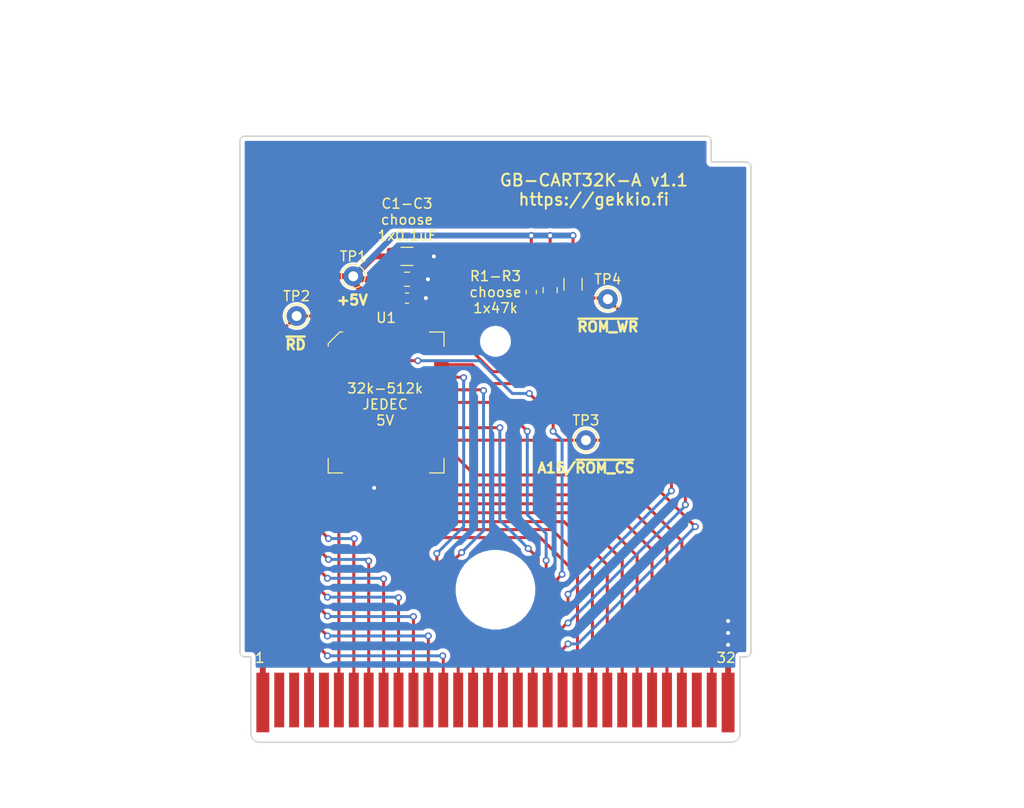
<source format=kicad_pcb>
(kicad_pcb (version 20171130) (host pcbnew 5.1.5-52549c5~84~ubuntu19.10.1)

  (general
    (thickness 1)
    (drawings 31)
    (tracks 320)
    (zones 0)
    (modules 14)
    (nets 29)
  )

  (page A4)
  (title_block
    (title GB-CART32K-A)
    (rev v1.1)
    (company https://gekkio.fi)
  )

  (layers
    (0 F.Cu signal)
    (31 B.Cu signal)
    (32 B.Adhes user)
    (33 F.Adhes user)
    (34 B.Paste user)
    (35 F.Paste user)
    (36 B.SilkS user)
    (37 F.SilkS user)
    (38 B.Mask user)
    (39 F.Mask user)
    (40 Dwgs.User user)
    (41 Cmts.User user)
    (42 Eco1.User user)
    (43 Eco2.User user)
    (44 Edge.Cuts user)
    (45 Margin user)
    (46 B.CrtYd user)
    (47 F.CrtYd user)
    (48 B.Fab user)
    (49 F.Fab user)
  )

  (setup
    (last_trace_width 0.3)
    (user_trace_width 0.6)
    (trace_clearance 0.3)
    (zone_clearance 0.2)
    (zone_45_only no)
    (trace_min 0.3)
    (via_size 0.7)
    (via_drill 0.4)
    (via_min_size 0.7)
    (via_min_drill 0.4)
    (uvia_size 0.3)
    (uvia_drill 0.1)
    (uvias_allowed no)
    (uvia_min_size 0.2)
    (uvia_min_drill 0.1)
    (edge_width 0.15)
    (segment_width 0.2)
    (pcb_text_width 0.3)
    (pcb_text_size 1.5 1.5)
    (mod_edge_width 0.15)
    (mod_text_size 1 1)
    (mod_text_width 0.15)
    (pad_size 2 2)
    (pad_drill 0)
    (pad_to_mask_clearance 0)
    (aux_axis_origin 0 0)
    (visible_elements FFFFFF7F)
    (pcbplotparams
      (layerselection 0x010fc_ffffffff)
      (usegerberextensions false)
      (usegerberattributes false)
      (usegerberadvancedattributes false)
      (creategerberjobfile true)
      (excludeedgelayer false)
      (linewidth 0.100000)
      (plotframeref false)
      (viasonmask false)
      (mode 1)
      (useauxorigin false)
      (hpglpennumber 1)
      (hpglpenspeed 20)
      (hpglpendiameter 15.000000)
      (psnegative false)
      (psa4output false)
      (plotreference true)
      (plotvalue true)
      (plotinvisibletext false)
      (padsonsilk false)
      (subtractmaskfromsilk false)
      (outputformat 1)
      (mirror false)
      (drillshape 0)
      (scaleselection 1)
      (outputdirectory "gerber/"))
  )

  (net 0 "")
  (net 1 +5V)
  (net 2 GND)
  (net 3 /D0)
  (net 4 /D1)
  (net 5 /D2)
  (net 6 /D3)
  (net 7 /D4)
  (net 8 /D5)
  (net 9 /D6)
  (net 10 /D7)
  (net 11 /A12)
  (net 12 /A13)
  (net 13 /A14)
  (net 14 /A7)
  (net 15 /A6)
  (net 16 /A5)
  (net 17 /A4)
  (net 18 /A3)
  (net 19 /A2)
  (net 20 /A1)
  (net 21 /A0)
  (net 22 /A10)
  (net 23 /~RD)
  (net 24 /A11)
  (net 25 /A9)
  (net 26 /A8)
  (net 27 /~ROM_CS)
  (net 28 /~ROM_WR)

  (net_class Default "This is the default net class."
    (clearance 0.3)
    (trace_width 0.3)
    (via_dia 0.7)
    (via_drill 0.4)
    (uvia_dia 0.3)
    (uvia_drill 0.1)
    (diff_pair_width 0.3)
    (diff_pair_gap 0.3)
    (add_net +5V)
    (add_net /A0)
    (add_net /A1)
    (add_net /A10)
    (add_net /A11)
    (add_net /A12)
    (add_net /A13)
    (add_net /A14)
    (add_net /A2)
    (add_net /A3)
    (add_net /A4)
    (add_net /A5)
    (add_net /A6)
    (add_net /A7)
    (add_net /A8)
    (add_net /A9)
    (add_net /D0)
    (add_net /D1)
    (add_net /D2)
    (add_net /D3)
    (add_net /D4)
    (add_net /D5)
    (add_net /D6)
    (add_net /D7)
    (add_net /~RD)
    (add_net /~ROM_CS)
    (add_net /~ROM_WR)
    (add_net GND)
    (add_net "Net-(J1-Pad2)")
    (add_net "Net-(J1-Pad3)")
    (add_net "Net-(J1-Pad30)")
    (add_net "Net-(J1-Pad5)")
  )

  (module TestPoint:TestPoint_THTPad_D2.0mm_Drill1.0mm (layer F.Cu) (tedit 5A0F774F) (tstamp 5D0BA325)
    (at 111.3 55.4)
    (descr "THT pad as test Point, diameter 2.0mm, hole diameter 1.0mm")
    (tags "test point THT pad")
    (path /5D1F21D4)
    (attr virtual)
    (fp_text reference TP4 (at 0 -1.998) (layer F.SilkS)
      (effects (font (size 1 1) (thickness 0.15)))
    )
    (fp_text value TestPoint (at 0 2.05) (layer F.Fab) hide
      (effects (font (size 1 1) (thickness 0.15)))
    )
    (fp_circle (center 0 0) (end 0 1.2) (layer F.SilkS) (width 0.12))
    (fp_circle (center 0 0) (end 1.5 0) (layer F.CrtYd) (width 0.05))
    (fp_text user %R (at 0 -2) (layer F.Fab)
      (effects (font (size 1 1) (thickness 0.15)))
    )
    (pad 1 thru_hole circle (at 0 0) (size 2 2) (drill 1) (layers *.Cu *.Mask)
      (net 28 /~ROM_WR))
  )

  (module TestPoint:TestPoint_THTPad_D2.0mm_Drill1.0mm (layer F.Cu) (tedit 5A0F774F) (tstamp 5D0C0A64)
    (at 109.1 69.6)
    (descr "THT pad as test Point, diameter 2.0mm, hole diameter 1.0mm")
    (tags "test point THT pad")
    (path /5D1F1DDF)
    (attr virtual)
    (fp_text reference TP3 (at 0 -1.998) (layer F.SilkS)
      (effects (font (size 1 1) (thickness 0.15)))
    )
    (fp_text value TestPoint (at 0 2.05) (layer F.Fab) hide
      (effects (font (size 1 1) (thickness 0.15)))
    )
    (fp_circle (center 0 0) (end 0 1.2) (layer F.SilkS) (width 0.12))
    (fp_circle (center 0 0) (end 1.5 0) (layer F.CrtYd) (width 0.05))
    (fp_text user %R (at 0 -2) (layer F.Fab)
      (effects (font (size 1 1) (thickness 0.15)))
    )
    (pad 1 thru_hole circle (at 0 0) (size 2 2) (drill 1) (layers *.Cu *.Mask)
      (net 27 /~ROM_CS))
  )

  (module TestPoint:TestPoint_THTPad_D2.0mm_Drill1.0mm (layer F.Cu) (tedit 5A0F774F) (tstamp 5D0C14A9)
    (at 80 57.1)
    (descr "THT pad as test Point, diameter 2.0mm, hole diameter 1.0mm")
    (tags "test point THT pad")
    (path /5D1F1A28)
    (attr virtual)
    (fp_text reference TP2 (at 0 -1.998) (layer F.SilkS)
      (effects (font (size 1 1) (thickness 0.15)))
    )
    (fp_text value TestPoint (at 0 2.05) (layer F.Fab) hide
      (effects (font (size 1 1) (thickness 0.15)))
    )
    (fp_circle (center 0 0) (end 0 1.2) (layer F.SilkS) (width 0.12))
    (fp_circle (center 0 0) (end 1.5 0) (layer F.CrtYd) (width 0.05))
    (fp_text user %R (at 0 -2) (layer F.Fab)
      (effects (font (size 1 1) (thickness 0.15)))
    )
    (pad 1 thru_hole circle (at 0 0) (size 2 2) (drill 1) (layers *.Cu *.Mask)
      (net 23 /~RD))
  )

  (module TestPoint:TestPoint_THTPad_D2.0mm_Drill1.0mm (layer F.Cu) (tedit 5A0F774F) (tstamp 5D0BA30D)
    (at 85.7 53.1)
    (descr "THT pad as test Point, diameter 2.0mm, hole diameter 1.0mm")
    (tags "test point THT pad")
    (path /5D1F12FC)
    (attr virtual)
    (fp_text reference TP1 (at 0 -1.998) (layer F.SilkS)
      (effects (font (size 1 1) (thickness 0.15)))
    )
    (fp_text value TestPoint (at 0 2.05) (layer F.Fab) hide
      (effects (font (size 1 1) (thickness 0.15)))
    )
    (fp_circle (center 0 0) (end 0 1.2) (layer F.SilkS) (width 0.12))
    (fp_circle (center 0 0) (end 1.5 0) (layer F.CrtYd) (width 0.05))
    (fp_text user %R (at 0 -2) (layer F.Fab)
      (effects (font (size 1 1) (thickness 0.15)))
    )
    (pad 1 thru_hole circle (at 0 0) (size 2 2) (drill 1) (layers *.Cu *.Mask)
      (net 1 +5V))
  )

  (module Package_LCC:PLCC-32_11.4x14.0mm_P1.27mm (layer F.Cu) (tedit 5B298677) (tstamp 5D0BA374)
    (at 89 65.8)
    (descr "PLCC, 32 Pin (http://ww1.microchip.com/downloads/en/DeviceDoc/doc0015.pdf), generated with kicad-footprint-generator ipc_plcc_jLead_generator.py")
    (tags "PLCC LCC")
    (path /5D0B9255)
    (attr smd)
    (fp_text reference U1 (at 0 -8.52) (layer F.SilkS)
      (effects (font (size 1 1) (thickness 0.15)))
    )
    (fp_text value SST39SF040 (at 0 8.52) (layer F.Fab)
      (effects (font (size 1 1) (thickness 0.15)))
    )
    (fp_text user %R (at 0 -2.9) (layer F.Fab)
      (effects (font (size 1 1) (thickness 0.15)))
    )
    (fp_line (start -6.55 -5.63) (end -6.55 0) (layer F.CrtYd) (width 0.05))
    (fp_line (start -5.96 -5.63) (end -6.55 -5.63) (layer F.CrtYd) (width 0.05))
    (fp_line (start -5.96 -5.95) (end -5.96 -5.63) (layer F.CrtYd) (width 0.05))
    (fp_line (start -4.68 -7.23) (end -5.96 -5.95) (layer F.CrtYd) (width 0.05))
    (fp_line (start -4.36 -7.23) (end -4.68 -7.23) (layer F.CrtYd) (width 0.05))
    (fp_line (start -4.36 -7.82) (end -4.36 -7.23) (layer F.CrtYd) (width 0.05))
    (fp_line (start 0 -7.82) (end -4.36 -7.82) (layer F.CrtYd) (width 0.05))
    (fp_line (start 6.55 5.63) (end 6.55 0) (layer F.CrtYd) (width 0.05))
    (fp_line (start 5.96 5.63) (end 6.55 5.63) (layer F.CrtYd) (width 0.05))
    (fp_line (start 5.96 7.23) (end 5.96 5.63) (layer F.CrtYd) (width 0.05))
    (fp_line (start 4.36 7.23) (end 5.96 7.23) (layer F.CrtYd) (width 0.05))
    (fp_line (start 4.36 7.82) (end 4.36 7.23) (layer F.CrtYd) (width 0.05))
    (fp_line (start 0 7.82) (end 4.36 7.82) (layer F.CrtYd) (width 0.05))
    (fp_line (start -6.55 5.63) (end -6.55 0) (layer F.CrtYd) (width 0.05))
    (fp_line (start -5.96 5.63) (end -6.55 5.63) (layer F.CrtYd) (width 0.05))
    (fp_line (start -5.96 7.23) (end -5.96 5.63) (layer F.CrtYd) (width 0.05))
    (fp_line (start -4.36 7.23) (end -5.96 7.23) (layer F.CrtYd) (width 0.05))
    (fp_line (start -4.36 7.82) (end -4.36 7.23) (layer F.CrtYd) (width 0.05))
    (fp_line (start 0 7.82) (end -4.36 7.82) (layer F.CrtYd) (width 0.05))
    (fp_line (start 6.55 -5.63) (end 6.55 0) (layer F.CrtYd) (width 0.05))
    (fp_line (start 5.96 -5.63) (end 6.55 -5.63) (layer F.CrtYd) (width 0.05))
    (fp_line (start 5.96 -7.23) (end 5.96 -5.63) (layer F.CrtYd) (width 0.05))
    (fp_line (start 4.36 -7.23) (end 5.96 -7.23) (layer F.CrtYd) (width 0.05))
    (fp_line (start 4.36 -7.82) (end 4.36 -7.23) (layer F.CrtYd) (width 0.05))
    (fp_line (start 0 -7.82) (end 4.36 -7.82) (layer F.CrtYd) (width 0.05))
    (fp_line (start -0.5 -6.985) (end 0 -6.277893) (layer F.Fab) (width 0.1))
    (fp_line (start -4.575 -6.985) (end -0.5 -6.985) (layer F.Fab) (width 0.1))
    (fp_line (start -5.715 -5.845) (end -4.575 -6.985) (layer F.Fab) (width 0.1))
    (fp_line (start -5.715 6.985) (end -5.715 -5.845) (layer F.Fab) (width 0.1))
    (fp_line (start 5.715 6.985) (end -5.715 6.985) (layer F.Fab) (width 0.1))
    (fp_line (start 5.715 -6.985) (end 5.715 6.985) (layer F.Fab) (width 0.1))
    (fp_line (start 0.5 -6.985) (end 5.715 -6.985) (layer F.Fab) (width 0.1))
    (fp_line (start 0 -6.277893) (end 0.5 -6.985) (layer F.Fab) (width 0.1))
    (fp_line (start -5.825 -5.922782) (end -5.825 -5.64) (layer F.SilkS) (width 0.12))
    (fp_line (start -4.652782 -7.095) (end -5.825 -5.922782) (layer F.SilkS) (width 0.12))
    (fp_line (start -4.37 -7.095) (end -4.652782 -7.095) (layer F.SilkS) (width 0.12))
    (fp_line (start 5.825 7.095) (end 5.825 5.64) (layer F.SilkS) (width 0.12))
    (fp_line (start 4.37 7.095) (end 5.825 7.095) (layer F.SilkS) (width 0.12))
    (fp_line (start -5.825 7.095) (end -5.825 5.64) (layer F.SilkS) (width 0.12))
    (fp_line (start -4.37 7.095) (end -5.825 7.095) (layer F.SilkS) (width 0.12))
    (fp_line (start 5.825 -7.095) (end 5.825 -5.64) (layer F.SilkS) (width 0.12))
    (fp_line (start 4.37 -7.095) (end 5.825 -7.095) (layer F.SilkS) (width 0.12))
    (pad 32 smd roundrect (at 1.27 -6.8375) (size 0.6 1.475) (layers F.Cu F.Paste F.Mask) (roundrect_rratio 0.25)
      (net 1 +5V))
    (pad 31 smd roundrect (at 2.54 -6.8375) (size 0.6 1.475) (layers F.Cu F.Paste F.Mask) (roundrect_rratio 0.25)
      (net 28 /~ROM_WR))
    (pad 30 smd roundrect (at 3.81 -6.8375) (size 0.6 1.475) (layers F.Cu F.Paste F.Mask) (roundrect_rratio 0.25)
      (net 1 +5V))
    (pad 29 smd roundrect (at 5.5625 -5.08) (size 1.475 0.6) (layers F.Cu F.Paste F.Mask) (roundrect_rratio 0.25)
      (net 13 /A14))
    (pad 28 smd roundrect (at 5.5625 -3.81) (size 1.475 0.6) (layers F.Cu F.Paste F.Mask) (roundrect_rratio 0.25)
      (net 12 /A13))
    (pad 27 smd roundrect (at 5.5625 -2.54) (size 1.475 0.6) (layers F.Cu F.Paste F.Mask) (roundrect_rratio 0.25)
      (net 26 /A8))
    (pad 26 smd roundrect (at 5.5625 -1.27) (size 1.475 0.6) (layers F.Cu F.Paste F.Mask) (roundrect_rratio 0.25)
      (net 25 /A9))
    (pad 25 smd roundrect (at 5.5625 0) (size 1.475 0.6) (layers F.Cu F.Paste F.Mask) (roundrect_rratio 0.25)
      (net 24 /A11))
    (pad 24 smd roundrect (at 5.5625 1.27) (size 1.475 0.6) (layers F.Cu F.Paste F.Mask) (roundrect_rratio 0.25)
      (net 23 /~RD))
    (pad 23 smd roundrect (at 5.5625 2.54) (size 1.475 0.6) (layers F.Cu F.Paste F.Mask) (roundrect_rratio 0.25)
      (net 22 /A10))
    (pad 22 smd roundrect (at 5.5625 3.81) (size 1.475 0.6) (layers F.Cu F.Paste F.Mask) (roundrect_rratio 0.25)
      (net 27 /~ROM_CS))
    (pad 21 smd roundrect (at 5.5625 5.08) (size 1.475 0.6) (layers F.Cu F.Paste F.Mask) (roundrect_rratio 0.25)
      (net 10 /D7))
    (pad 20 smd roundrect (at 3.81 6.8375) (size 0.6 1.475) (layers F.Cu F.Paste F.Mask) (roundrect_rratio 0.25)
      (net 9 /D6))
    (pad 19 smd roundrect (at 2.54 6.8375) (size 0.6 1.475) (layers F.Cu F.Paste F.Mask) (roundrect_rratio 0.25)
      (net 8 /D5))
    (pad 18 smd roundrect (at 1.27 6.8375) (size 0.6 1.475) (layers F.Cu F.Paste F.Mask) (roundrect_rratio 0.25)
      (net 7 /D4))
    (pad 17 smd roundrect (at 0 6.8375) (size 0.6 1.475) (layers F.Cu F.Paste F.Mask) (roundrect_rratio 0.25)
      (net 6 /D3))
    (pad 16 smd roundrect (at -1.27 6.8375) (size 0.6 1.475) (layers F.Cu F.Paste F.Mask) (roundrect_rratio 0.25)
      (net 2 GND))
    (pad 15 smd roundrect (at -2.54 6.8375) (size 0.6 1.475) (layers F.Cu F.Paste F.Mask) (roundrect_rratio 0.25)
      (net 5 /D2))
    (pad 14 smd roundrect (at -3.81 6.8375) (size 0.6 1.475) (layers F.Cu F.Paste F.Mask) (roundrect_rratio 0.25)
      (net 4 /D1))
    (pad 13 smd roundrect (at -5.5625 5.08) (size 1.475 0.6) (layers F.Cu F.Paste F.Mask) (roundrect_rratio 0.25)
      (net 3 /D0))
    (pad 12 smd roundrect (at -5.5625 3.81) (size 1.475 0.6) (layers F.Cu F.Paste F.Mask) (roundrect_rratio 0.25)
      (net 21 /A0))
    (pad 11 smd roundrect (at -5.5625 2.54) (size 1.475 0.6) (layers F.Cu F.Paste F.Mask) (roundrect_rratio 0.25)
      (net 20 /A1))
    (pad 10 smd roundrect (at -5.5625 1.27) (size 1.475 0.6) (layers F.Cu F.Paste F.Mask) (roundrect_rratio 0.25)
      (net 19 /A2))
    (pad 9 smd roundrect (at -5.5625 0) (size 1.475 0.6) (layers F.Cu F.Paste F.Mask) (roundrect_rratio 0.25)
      (net 18 /A3))
    (pad 8 smd roundrect (at -5.5625 -1.27) (size 1.475 0.6) (layers F.Cu F.Paste F.Mask) (roundrect_rratio 0.25)
      (net 17 /A4))
    (pad 7 smd roundrect (at -5.5625 -2.54) (size 1.475 0.6) (layers F.Cu F.Paste F.Mask) (roundrect_rratio 0.25)
      (net 16 /A5))
    (pad 6 smd roundrect (at -5.5625 -3.81) (size 1.475 0.6) (layers F.Cu F.Paste F.Mask) (roundrect_rratio 0.25)
      (net 15 /A6))
    (pad 5 smd roundrect (at -5.5625 -5.08) (size 1.475 0.6) (layers F.Cu F.Paste F.Mask) (roundrect_rratio 0.25)
      (net 14 /A7))
    (pad 4 smd roundrect (at -3.81 -6.8375) (size 0.6 1.475) (layers F.Cu F.Paste F.Mask) (roundrect_rratio 0.25)
      (net 11 /A12))
    (pad 3 smd roundrect (at -2.54 -6.8375) (size 0.6 1.475) (layers F.Cu F.Paste F.Mask) (roundrect_rratio 0.25)
      (net 1 +5V))
    (pad 2 smd roundrect (at -1.27 -6.8375) (size 0.6 1.475) (layers F.Cu F.Paste F.Mask) (roundrect_rratio 0.25)
      (net 1 +5V))
    (pad 1 smd roundrect (at 0 -6.8375) (size 0.6 1.475) (layers F.Cu F.Paste F.Mask) (roundrect_rratio 0.25)
      (net 1 +5V))
    (model ${KISYS3DMOD}/Package_LCC.3dshapes/PLCC-32_11.4x14.0mm_P1.27mm.wrl
      (at (xyz 0 0 0))
      (scale (xyz 1 1 1))
      (rotate (xyz 0 0 0))
    )
  )

  (module Resistor_SMD:R_1206_3216Metric (layer F.Cu) (tedit 5B301BBD) (tstamp 5D0BA305)
    (at 107.8 53.9 270)
    (descr "Resistor SMD 1206 (3216 Metric), square (rectangular) end terminal, IPC_7351 nominal, (Body size source: http://www.tortai-tech.com/upload/download/2011102023233369053.pdf), generated with kicad-footprint-generator")
    (tags resistor)
    (path /5D0FF84A)
    (attr smd)
    (fp_text reference R3 (at 0 -1.82 90) (layer F.SilkS) hide
      (effects (font (size 1 1) (thickness 0.15)))
    )
    (fp_text value 47k (at 0 1.82 90) (layer F.Fab) hide
      (effects (font (size 1 1) (thickness 0.15)))
    )
    (fp_text user %R (at 0 0 90) (layer F.Fab)
      (effects (font (size 0.8 0.8) (thickness 0.12)))
    )
    (fp_line (start 2.28 1.12) (end -2.28 1.12) (layer F.CrtYd) (width 0.05))
    (fp_line (start 2.28 -1.12) (end 2.28 1.12) (layer F.CrtYd) (width 0.05))
    (fp_line (start -2.28 -1.12) (end 2.28 -1.12) (layer F.CrtYd) (width 0.05))
    (fp_line (start -2.28 1.12) (end -2.28 -1.12) (layer F.CrtYd) (width 0.05))
    (fp_line (start -0.602064 0.91) (end 0.602064 0.91) (layer F.SilkS) (width 0.12))
    (fp_line (start -0.602064 -0.91) (end 0.602064 -0.91) (layer F.SilkS) (width 0.12))
    (fp_line (start 1.6 0.8) (end -1.6 0.8) (layer F.Fab) (width 0.1))
    (fp_line (start 1.6 -0.8) (end 1.6 0.8) (layer F.Fab) (width 0.1))
    (fp_line (start -1.6 -0.8) (end 1.6 -0.8) (layer F.Fab) (width 0.1))
    (fp_line (start -1.6 0.8) (end -1.6 -0.8) (layer F.Fab) (width 0.1))
    (pad 2 smd roundrect (at 1.4 0 270) (size 1.25 1.75) (layers F.Cu F.Paste F.Mask) (roundrect_rratio 0.2)
      (net 28 /~ROM_WR))
    (pad 1 smd roundrect (at -1.4 0 270) (size 1.25 1.75) (layers F.Cu F.Paste F.Mask) (roundrect_rratio 0.2)
      (net 1 +5V))
    (model ${KISYS3DMOD}/Resistor_SMD.3dshapes/R_1206_3216Metric.wrl
      (at (xyz 0 0 0))
      (scale (xyz 1 1 1))
      (rotate (xyz 0 0 0))
    )
  )

  (module Resistor_SMD:R_0805_2012Metric (layer F.Cu) (tedit 5B36C52B) (tstamp 5D0C03A5)
    (at 105.5 54.5 270)
    (descr "Resistor SMD 0805 (2012 Metric), square (rectangular) end terminal, IPC_7351 nominal, (Body size source: https://docs.google.com/spreadsheets/d/1BsfQQcO9C6DZCsRaXUlFlo91Tg2WpOkGARC1WS5S8t0/edit?usp=sharing), generated with kicad-footprint-generator")
    (tags resistor)
    (path /5D0FF323)
    (attr smd)
    (fp_text reference R2 (at 0 -1.65 90) (layer F.SilkS) hide
      (effects (font (size 1 1) (thickness 0.15)))
    )
    (fp_text value 47k (at 0 1.65 90) (layer F.Fab) hide
      (effects (font (size 1 1) (thickness 0.15)))
    )
    (fp_text user %R (at 0 0 90) (layer F.Fab)
      (effects (font (size 0.5 0.5) (thickness 0.08)))
    )
    (fp_line (start 1.68 0.95) (end -1.68 0.95) (layer F.CrtYd) (width 0.05))
    (fp_line (start 1.68 -0.95) (end 1.68 0.95) (layer F.CrtYd) (width 0.05))
    (fp_line (start -1.68 -0.95) (end 1.68 -0.95) (layer F.CrtYd) (width 0.05))
    (fp_line (start -1.68 0.95) (end -1.68 -0.95) (layer F.CrtYd) (width 0.05))
    (fp_line (start -0.258578 0.71) (end 0.258578 0.71) (layer F.SilkS) (width 0.12))
    (fp_line (start -0.258578 -0.71) (end 0.258578 -0.71) (layer F.SilkS) (width 0.12))
    (fp_line (start 1 0.6) (end -1 0.6) (layer F.Fab) (width 0.1))
    (fp_line (start 1 -0.6) (end 1 0.6) (layer F.Fab) (width 0.1))
    (fp_line (start -1 -0.6) (end 1 -0.6) (layer F.Fab) (width 0.1))
    (fp_line (start -1 0.6) (end -1 -0.6) (layer F.Fab) (width 0.1))
    (pad 2 smd roundrect (at 0.9375 0 270) (size 0.975 1.4) (layers F.Cu F.Paste F.Mask) (roundrect_rratio 0.25)
      (net 28 /~ROM_WR))
    (pad 1 smd roundrect (at -0.9375 0 270) (size 0.975 1.4) (layers F.Cu F.Paste F.Mask) (roundrect_rratio 0.25)
      (net 1 +5V))
    (model ${KISYS3DMOD}/Resistor_SMD.3dshapes/R_0805_2012Metric.wrl
      (at (xyz 0 0 0))
      (scale (xyz 1 1 1))
      (rotate (xyz 0 0 0))
    )
  )

  (module Resistor_SMD:R_0603_1608Metric (layer F.Cu) (tedit 5B301BBD) (tstamp 5D0C03D5)
    (at 103.6 54.7 270)
    (descr "Resistor SMD 0603 (1608 Metric), square (rectangular) end terminal, IPC_7351 nominal, (Body size source: http://www.tortai-tech.com/upload/download/2011102023233369053.pdf), generated with kicad-footprint-generator")
    (tags resistor)
    (path /5D0FEEE9)
    (attr smd)
    (fp_text reference R1 (at 0 -1.43 90) (layer F.SilkS) hide
      (effects (font (size 1 1) (thickness 0.15)))
    )
    (fp_text value 47k (at 0 1.43 90) (layer F.Fab) hide
      (effects (font (size 1 1) (thickness 0.15)))
    )
    (fp_text user %R (at 0 0 90) (layer F.Fab)
      (effects (font (size 0.4 0.4) (thickness 0.06)))
    )
    (fp_line (start 1.48 0.73) (end -1.48 0.73) (layer F.CrtYd) (width 0.05))
    (fp_line (start 1.48 -0.73) (end 1.48 0.73) (layer F.CrtYd) (width 0.05))
    (fp_line (start -1.48 -0.73) (end 1.48 -0.73) (layer F.CrtYd) (width 0.05))
    (fp_line (start -1.48 0.73) (end -1.48 -0.73) (layer F.CrtYd) (width 0.05))
    (fp_line (start -0.162779 0.51) (end 0.162779 0.51) (layer F.SilkS) (width 0.12))
    (fp_line (start -0.162779 -0.51) (end 0.162779 -0.51) (layer F.SilkS) (width 0.12))
    (fp_line (start 0.8 0.4) (end -0.8 0.4) (layer F.Fab) (width 0.1))
    (fp_line (start 0.8 -0.4) (end 0.8 0.4) (layer F.Fab) (width 0.1))
    (fp_line (start -0.8 -0.4) (end 0.8 -0.4) (layer F.Fab) (width 0.1))
    (fp_line (start -0.8 0.4) (end -0.8 -0.4) (layer F.Fab) (width 0.1))
    (pad 2 smd roundrect (at 0.7875 0 270) (size 0.875 0.95) (layers F.Cu F.Paste F.Mask) (roundrect_rratio 0.25)
      (net 28 /~ROM_WR))
    (pad 1 smd roundrect (at -0.7875 0 270) (size 0.875 0.95) (layers F.Cu F.Paste F.Mask) (roundrect_rratio 0.25)
      (net 1 +5V))
    (model ${KISYS3DMOD}/Resistor_SMD.3dshapes/R_0603_1608Metric.wrl
      (at (xyz 0 0 0))
      (scale (xyz 1 1 1))
      (rotate (xyz 0 0 0))
    )
  )

  (module Capacitor_SMD:C_1206_3216Metric (layer F.Cu) (tedit 5B301BBE) (tstamp 5D0BA293)
    (at 91.1 51.1)
    (descr "Capacitor SMD 1206 (3216 Metric), square (rectangular) end terminal, IPC_7351 nominal, (Body size source: http://www.tortai-tech.com/upload/download/2011102023233369053.pdf), generated with kicad-footprint-generator")
    (tags capacitor)
    (path /5D13C914)
    (attr smd)
    (fp_text reference C3 (at 0 -1.82) (layer F.SilkS) hide
      (effects (font (size 1 1) (thickness 0.15)))
    )
    (fp_text value 10uF (at 0 1.82) (layer F.Fab) hide
      (effects (font (size 1 1) (thickness 0.15)))
    )
    (fp_text user %R (at 0 0) (layer F.Fab)
      (effects (font (size 0.8 0.8) (thickness 0.12)))
    )
    (fp_line (start 2.28 1.12) (end -2.28 1.12) (layer F.CrtYd) (width 0.05))
    (fp_line (start 2.28 -1.12) (end 2.28 1.12) (layer F.CrtYd) (width 0.05))
    (fp_line (start -2.28 -1.12) (end 2.28 -1.12) (layer F.CrtYd) (width 0.05))
    (fp_line (start -2.28 1.12) (end -2.28 -1.12) (layer F.CrtYd) (width 0.05))
    (fp_line (start -0.602064 0.91) (end 0.602064 0.91) (layer F.SilkS) (width 0.12))
    (fp_line (start -0.602064 -0.91) (end 0.602064 -0.91) (layer F.SilkS) (width 0.12))
    (fp_line (start 1.6 0.8) (end -1.6 0.8) (layer F.Fab) (width 0.1))
    (fp_line (start 1.6 -0.8) (end 1.6 0.8) (layer F.Fab) (width 0.1))
    (fp_line (start -1.6 -0.8) (end 1.6 -0.8) (layer F.Fab) (width 0.1))
    (fp_line (start -1.6 0.8) (end -1.6 -0.8) (layer F.Fab) (width 0.1))
    (pad 2 smd roundrect (at 1.4 0) (size 1.25 1.75) (layers F.Cu F.Paste F.Mask) (roundrect_rratio 0.2)
      (net 2 GND))
    (pad 1 smd roundrect (at -1.4 0) (size 1.25 1.75) (layers F.Cu F.Paste F.Mask) (roundrect_rratio 0.2)
      (net 1 +5V))
    (model ${KISYS3DMOD}/Capacitor_SMD.3dshapes/C_1206_3216Metric.wrl
      (at (xyz 0 0 0))
      (scale (xyz 1 1 1))
      (rotate (xyz 0 0 0))
    )
  )

  (module Capacitor_SMD:C_0805_2012Metric (layer F.Cu) (tedit 5B36C52B) (tstamp 5D0BA282)
    (at 91.1 53.4)
    (descr "Capacitor SMD 0805 (2012 Metric), square (rectangular) end terminal, IPC_7351 nominal, (Body size source: https://docs.google.com/spreadsheets/d/1BsfQQcO9C6DZCsRaXUlFlo91Tg2WpOkGARC1WS5S8t0/edit?usp=sharing), generated with kicad-footprint-generator")
    (tags capacitor)
    (path /5D13C27E)
    (attr smd)
    (fp_text reference C2 (at 0 -1.65) (layer F.SilkS) hide
      (effects (font (size 1 1) (thickness 0.15)))
    )
    (fp_text value 1uF (at 0 1.65) (layer F.Fab) hide
      (effects (font (size 1 1) (thickness 0.15)))
    )
    (fp_text user %R (at 0 0) (layer F.Fab)
      (effects (font (size 0.5 0.5) (thickness 0.08)))
    )
    (fp_line (start 1.68 0.95) (end -1.68 0.95) (layer F.CrtYd) (width 0.05))
    (fp_line (start 1.68 -0.95) (end 1.68 0.95) (layer F.CrtYd) (width 0.05))
    (fp_line (start -1.68 -0.95) (end 1.68 -0.95) (layer F.CrtYd) (width 0.05))
    (fp_line (start -1.68 0.95) (end -1.68 -0.95) (layer F.CrtYd) (width 0.05))
    (fp_line (start -0.258578 0.71) (end 0.258578 0.71) (layer F.SilkS) (width 0.12))
    (fp_line (start -0.258578 -0.71) (end 0.258578 -0.71) (layer F.SilkS) (width 0.12))
    (fp_line (start 1 0.6) (end -1 0.6) (layer F.Fab) (width 0.1))
    (fp_line (start 1 -0.6) (end 1 0.6) (layer F.Fab) (width 0.1))
    (fp_line (start -1 -0.6) (end 1 -0.6) (layer F.Fab) (width 0.1))
    (fp_line (start -1 0.6) (end -1 -0.6) (layer F.Fab) (width 0.1))
    (pad 2 smd roundrect (at 0.9375 0) (size 0.975 1.4) (layers F.Cu F.Paste F.Mask) (roundrect_rratio 0.25)
      (net 2 GND))
    (pad 1 smd roundrect (at -0.9375 0) (size 0.975 1.4) (layers F.Cu F.Paste F.Mask) (roundrect_rratio 0.25)
      (net 1 +5V))
    (model ${KISYS3DMOD}/Capacitor_SMD.3dshapes/C_0805_2012Metric.wrl
      (at (xyz 0 0 0))
      (scale (xyz 1 1 1))
      (rotate (xyz 0 0 0))
    )
  )

  (module Capacitor_SMD:C_0603_1608Metric (layer F.Cu) (tedit 5B301BBE) (tstamp 5D0BA271)
    (at 91.1 55.3)
    (descr "Capacitor SMD 0603 (1608 Metric), square (rectangular) end terminal, IPC_7351 nominal, (Body size source: http://www.tortai-tech.com/upload/download/2011102023233369053.pdf), generated with kicad-footprint-generator")
    (tags capacitor)
    (path /5D13BC23)
    (attr smd)
    (fp_text reference C1 (at 0 -1.43) (layer F.SilkS) hide
      (effects (font (size 1 1) (thickness 0.15)))
    )
    (fp_text value 0.1uF (at 0 1.43) (layer F.Fab) hide
      (effects (font (size 1 1) (thickness 0.15)))
    )
    (fp_text user %R (at 0 0) (layer F.Fab)
      (effects (font (size 0.4 0.4) (thickness 0.06)))
    )
    (fp_line (start 1.48 0.73) (end -1.48 0.73) (layer F.CrtYd) (width 0.05))
    (fp_line (start 1.48 -0.73) (end 1.48 0.73) (layer F.CrtYd) (width 0.05))
    (fp_line (start -1.48 -0.73) (end 1.48 -0.73) (layer F.CrtYd) (width 0.05))
    (fp_line (start -1.48 0.73) (end -1.48 -0.73) (layer F.CrtYd) (width 0.05))
    (fp_line (start -0.162779 0.51) (end 0.162779 0.51) (layer F.SilkS) (width 0.12))
    (fp_line (start -0.162779 -0.51) (end 0.162779 -0.51) (layer F.SilkS) (width 0.12))
    (fp_line (start 0.8 0.4) (end -0.8 0.4) (layer F.Fab) (width 0.1))
    (fp_line (start 0.8 -0.4) (end 0.8 0.4) (layer F.Fab) (width 0.1))
    (fp_line (start -0.8 -0.4) (end 0.8 -0.4) (layer F.Fab) (width 0.1))
    (fp_line (start -0.8 0.4) (end -0.8 -0.4) (layer F.Fab) (width 0.1))
    (pad 2 smd roundrect (at 0.7875 0) (size 0.875 0.95) (layers F.Cu F.Paste F.Mask) (roundrect_rratio 0.25)
      (net 2 GND))
    (pad 1 smd roundrect (at -0.7875 0) (size 0.875 0.95) (layers F.Cu F.Paste F.Mask) (roundrect_rratio 0.25)
      (net 1 +5V))
    (model ${KISYS3DMOD}/Capacitor_SMD.3dshapes/C_0603_1608Metric.wrl
      (at (xyz 0 0 0))
      (scale (xyz 1 1 1))
      (rotate (xyz 0 0 0))
    )
  )

  (module Gekkio_Connector_PCBEdge:GameBoy_Cartridge_1x32_P1.50mm_Edge (layer F.Cu) (tedit 5C2F0CDD) (tstamp 5BDC3DD3)
    (at 100 96)
    (descr "Game Boy cartridge edge connector")
    (tags "gameboy cartridge")
    (path /5D0BA37C)
    (attr virtual)
    (fp_text reference J1 (at 0 -6) (layer F.SilkS) hide
      (effects (font (size 1 1) (thickness 0.15)))
    )
    (fp_text value DNF (at 0 -8) (layer F.Fab) hide
      (effects (font (size 1 1) (thickness 0.15)))
    )
    (fp_arc (start -23.7 3.1) (end -24.6 3.1) (angle -90) (layer F.Fab) (width 0.1))
    (fp_arc (start 23.7 3.1) (end 23.7 4) (angle -90) (layer F.Fab) (width 0.1))
    (fp_text user 1 (at -23.7 -4.5) (layer F.SilkS)
      (effects (font (size 1 1) (thickness 0.15)))
    )
    (fp_text user 32 (at 23.2 -4.5) (layer F.SilkS)
      (effects (font (size 1 1) (thickness 0.15)))
    )
    (fp_text user %R (at 0 3) (layer F.Fab)
      (effects (font (size 0.6 0.6) (thickness 0.08)))
    )
    (fp_line (start -23.7 4) (end 23.7 4) (layer F.Fab) (width 0.1))
    (fp_line (start -24.6 3.1) (end -24.6 -4.6) (layer F.Fab) (width 0.1))
    (fp_line (start 24.6 3.1) (end 24.6 -4.6) (layer F.Fab) (width 0.1))
    (fp_line (start 25.7 -4.6) (end 25.7 -7) (layer F.Fab) (width 0.1))
    (fp_line (start 24.6 -4.6) (end 25.7 -4.6) (layer F.Fab) (width 0.1))
    (fp_line (start -25.7 -4.6) (end -25.7 -7) (layer F.Fab) (width 0.1))
    (fp_line (start -24.6 -4.6) (end -25.7 -4.6) (layer F.Fab) (width 0.1))
    (fp_line (start -24.6 -3.5) (end 24.6 -3.5) (layer F.CrtYd) (width 0.05))
    (fp_line (start -24.6 3.5) (end -24.6 -3.5) (layer F.CrtYd) (width 0.05))
    (fp_line (start 24.6 3.5) (end -24.6 3.5) (layer F.CrtYd) (width 0.05))
    (fp_line (start 24.6 -3.5) (end 24.6 3.5) (layer F.CrtYd) (width 0.05))
    (pad 2 connect rect (at -21.75 -0.25 90) (size 5.5 1) (layers F.Cu F.Mask))
    (pad 1 connect rect (at -23.4 0 90) (size 6 1.3) (layers F.Cu F.Mask)
      (net 1 +5V))
    (pad 3 connect rect (at -20.25 -0.25 90) (size 5.5 1) (layers F.Cu F.Mask))
    (pad 4 connect rect (at -18.75 -0.25 90) (size 5.5 1) (layers F.Cu F.Mask)
      (net 23 /~RD))
    (pad 5 connect rect (at -17.25 -0.25 90) (size 5.5 1) (layers F.Cu F.Mask))
    (pad 6 connect rect (at -15.75 -0.25 90) (size 5.5 1) (layers F.Cu F.Mask)
      (net 21 /A0))
    (pad 7 connect rect (at -14.25 -0.25 90) (size 5.5 1) (layers F.Cu F.Mask)
      (net 20 /A1))
    (pad 8 connect rect (at -12.75 -0.25 90) (size 5.5 1) (layers F.Cu F.Mask)
      (net 19 /A2))
    (pad 9 connect rect (at -11.25 -0.25 90) (size 5.5 1) (layers F.Cu F.Mask)
      (net 18 /A3))
    (pad 10 connect rect (at -9.75 -0.25 90) (size 5.5 1) (layers F.Cu F.Mask)
      (net 17 /A4))
    (pad 11 connect rect (at -8.25 -0.25 90) (size 5.5 1) (layers F.Cu F.Mask)
      (net 16 /A5))
    (pad 12 connect rect (at -6.75 -0.25 90) (size 5.5 1) (layers F.Cu F.Mask)
      (net 15 /A6))
    (pad 13 connect rect (at -5.25 -0.25 90) (size 5.5 1) (layers F.Cu F.Mask)
      (net 14 /A7))
    (pad 14 connect rect (at -3.75 -0.25 90) (size 5.5 1) (layers F.Cu F.Mask)
      (net 26 /A8))
    (pad 15 connect rect (at -2.25 -0.25 90) (size 5.5 1) (layers F.Cu F.Mask)
      (net 25 /A9))
    (pad 16 connect rect (at -0.75 -0.25 90) (size 5.5 1) (layers F.Cu F.Mask)
      (net 22 /A10))
    (pad 17 connect rect (at 0.75 -0.25 90) (size 5.5 1) (layers F.Cu F.Mask)
      (net 24 /A11))
    (pad 18 connect rect (at 2.25 -0.25 90) (size 5.5 1) (layers F.Cu F.Mask)
      (net 11 /A12))
    (pad 19 connect rect (at 3.75 -0.25 90) (size 5.5 1) (layers F.Cu F.Mask)
      (net 12 /A13))
    (pad 20 connect rect (at 5.25 -0.25 90) (size 5.5 1) (layers F.Cu F.Mask)
      (net 13 /A14))
    (pad 21 connect rect (at 6.75 -0.25 90) (size 5.5 1) (layers F.Cu F.Mask)
      (net 27 /~ROM_CS))
    (pad 22 connect rect (at 8.25 -0.25 90) (size 5.5 1) (layers F.Cu F.Mask)
      (net 3 /D0))
    (pad 23 connect rect (at 9.75 -0.25 90) (size 5.5 1) (layers F.Cu F.Mask)
      (net 4 /D1))
    (pad 24 connect rect (at 11.25 -0.25 90) (size 5.5 1) (layers F.Cu F.Mask)
      (net 5 /D2))
    (pad 25 connect rect (at 12.75 -0.25 90) (size 5.5 1) (layers F.Cu F.Mask)
      (net 6 /D3))
    (pad 26 connect rect (at 14.25 -0.25 90) (size 5.5 1) (layers F.Cu F.Mask)
      (net 7 /D4))
    (pad 27 connect rect (at 15.75 -0.25 90) (size 5.5 1) (layers F.Cu F.Mask)
      (net 8 /D5))
    (pad 28 connect rect (at 17.25 -0.25 90) (size 5.5 1) (layers F.Cu F.Mask)
      (net 9 /D6))
    (pad 29 connect rect (at 18.75 -0.25 90) (size 5.5 1) (layers F.Cu F.Mask)
      (net 10 /D7))
    (pad 30 connect rect (at 20.25 -0.25 90) (size 5.5 1) (layers F.Cu F.Mask))
    (pad 31 connect rect (at 21.75 -0.25 90) (size 5.5 1) (layers F.Cu F.Mask)
      (net 28 /~ROM_WR))
    (pad 32 connect rect (at 23.4 0 90) (size 6 1.3) (layers F.Cu F.Mask)
      (net 2 GND))
  )

  (module Gekkio_MountingHole:MountingHole_2.3mm locked (layer F.Cu) (tedit 5AE5CBA7) (tstamp 597D8AA2)
    (at 100 59.65)
    (descr "Mounting Hole 2.5mm, no annular")
    (tags "mounting hole 2.5mm no annular")
    (path /5D0BB3A9)
    (attr virtual)
    (fp_text reference H2 (at 0 -2.2) (layer F.SilkS) hide
      (effects (font (size 1 1) (thickness 0.15)))
    )
    (fp_text value DNF (at 0 2.2) (layer F.Fab) hide
      (effects (font (size 1 1) (thickness 0.15)))
    )
    (fp_circle (center 0 0) (end 1.7 0) (layer F.CrtYd) (width 0.05))
    (fp_text user %R (at 0.3 0) (layer F.Fab)
      (effects (font (size 1 1) (thickness 0.15)))
    )
    (pad "" np_thru_hole circle (at 0 0) (size 2.3 2.3) (drill 2.3) (layers *.Cu *.Mask))
  )

  (module Gekkio_MountingHole:MountingHole_7.2mm locked (layer F.Cu) (tedit 5AE5CB95) (tstamp 597D8A2E)
    (at 100 84.65)
    (descr "Mounting Hole 6.5mm, no annular")
    (tags "mounting hole 6.5mm no annular")
    (path /5D0BB016)
    (attr virtual)
    (fp_text reference H1 (at 0 -5) (layer F.SilkS) hide
      (effects (font (size 1 1) (thickness 0.15)))
    )
    (fp_text value DNF (at 0 5) (layer F.Fab) hide
      (effects (font (size 1 1) (thickness 0.15)))
    )
    (fp_circle (center 0 0) (end 4.1 0) (layer F.CrtYd) (width 0.05))
    (fp_text user %R (at 0.3 0) (layer F.Fab)
      (effects (font (size 1 1) (thickness 0.15)))
    )
    (pad "" np_thru_hole circle (at 0 0) (size 7.2 7.2) (drill 7.2) (layers *.Cu *.Mask))
  )

  (gr_text "32k-512k\nJEDEC\n5V" (at 88.9 66) (layer F.SilkS) (tstamp 5E46DA72)
    (effects (font (size 1 1) (thickness 0.15)))
  )
  (gr_text "R1-R3\nchoose\n1x47k" (at 100 54.7) (layer F.SilkS) (tstamp 5D0C109B)
    (effects (font (size 1 1) (thickness 0.15)))
  )
  (gr_text "C1-C3\nchoose\n1x0.1uF" (at 91.1 47.4) (layer F.SilkS) (tstamp 5D0C0FE8)
    (effects (font (size 1 1) (thickness 0.15)))
  )
  (gr_text A15/~ROM_CS (at 109.1 72.4) (layer F.SilkS) (tstamp 5D0C0A5B)
    (effects (font (size 1 1) (thickness 0.25)))
  )
  (gr_text ~ROM_WR (at 111.3 58.2) (layer F.SilkS) (tstamp 5D0C08C3)
    (effects (font (size 1 1) (thickness 0.25)))
  )
  (gr_text ~RD (at 79.9 60) (layer F.SilkS) (tstamp 5D0C08BF)
    (effects (font (size 1 1) (thickness 0.25)))
  )
  (gr_text +5V (at 85.6 55.5) (layer F.SilkS)
    (effects (font (size 1 1) (thickness 0.25)))
  )
  (gr_arc (start 74.8 90.9) (end 74.3 90.9) (angle -90) (layer Edge.Cuts) (width 0.15) (tstamp 5CDB1A56))
  (gr_arc (start 74.8 39.5) (end 74.8 39) (angle -90) (layer Edge.Cuts) (width 0.15) (tstamp 5CDB1A4D))
  (gr_arc (start 121.2 39.5) (end 121.7 39.5) (angle -90) (layer Edge.Cuts) (width 0.15) (tstamp 5CDB1A44))
  (gr_arc (start 125.2 42.1) (end 125.7 42.1) (angle -90) (layer Edge.Cuts) (width 0.15) (tstamp 5CDB1A37))
  (gr_arc (start 125.2 90.9) (end 125.2 91.4) (angle -90) (layer Edge.Cuts) (width 0.15))
  (gr_arc (start 76.3 99.1) (end 75.4 99.1) (angle -90) (layer Edge.Cuts) (width 0.15) (tstamp 5CDB1894))
  (gr_arc (start 123.7 99.1) (end 123.7 100) (angle -90) (layer Edge.Cuts) (width 0.15))
  (gr_text "GB-CART32K-A v1.1\nhttps://gekkio.fi" (at 109.9 44.4) (layer F.SilkS)
    (effects (font (size 1.2 1.2) (thickness 0.2)))
  )
  (gr_text "PCB size: 51.4x61mm\nPCB thickness: 1.0mm" (at 127 104) (layer F.Fab) (tstamp 5B435DDA)
    (effects (font (size 1.5 1.5) (thickness 0.3)) (justify left))
  )
  (dimension 52.4 (width 0.3) (layer F.Fab)
    (gr_text "52,400 mm" (at 56.45 65.2 270) (layer F.Fab)
      (effects (font (size 1.5 1.5) (thickness 0.3)))
    )
    (feature1 (pts (xy 66 91.4) (xy 55.1 91.4)))
    (feature2 (pts (xy 66 39) (xy 55.1 39)))
    (crossbar (pts (xy 57.8 39) (xy 57.8 91.4)))
    (arrow1a (pts (xy 57.8 91.4) (xy 57.213579 90.273496)))
    (arrow1b (pts (xy 57.8 91.4) (xy 58.386421 90.273496)))
    (arrow2a (pts (xy 57.8 39) (xy 57.213579 40.126504)))
    (arrow2b (pts (xy 57.8 39) (xy 58.386421 40.126504)))
  )
  (dimension 61 (width 0.3) (layer F.Fab)
    (gr_text "61,000 mm" (at 140.15 69.5 270) (layer F.Fab)
      (effects (font (size 1.5 1.5) (thickness 0.3)))
    )
    (feature1 (pts (xy 130 100) (xy 141.5 100)))
    (feature2 (pts (xy 130 39) (xy 141.5 39)))
    (crossbar (pts (xy 138.8 39) (xy 138.8 100)))
    (arrow1a (pts (xy 138.8 100) (xy 138.213579 98.873496)))
    (arrow1b (pts (xy 138.8 100) (xy 139.386421 98.873496)))
    (arrow2a (pts (xy 138.8 39) (xy 138.213579 40.126504)))
    (arrow2b (pts (xy 138.8 39) (xy 139.386421 40.126504)))
  )
  (dimension 51.4 (width 0.3) (layer F.Fab)
    (gr_text "51,400 mm" (at 100 27.15) (layer F.Fab)
      (effects (font (size 1.5 1.5) (thickness 0.3)))
    )
    (feature1 (pts (xy 125.7 38.5) (xy 125.7 25.8)))
    (feature2 (pts (xy 74.3 38.5) (xy 74.3 25.8)))
    (crossbar (pts (xy 74.3 28.5) (xy 125.7 28.5)))
    (arrow1a (pts (xy 125.7 28.5) (xy 124.573496 29.086421)))
    (arrow1b (pts (xy 125.7 28.5) (xy 124.573496 27.913579)))
    (arrow2a (pts (xy 74.3 28.5) (xy 75.426504 29.086421)))
    (arrow2b (pts (xy 74.3 28.5) (xy 75.426504 27.913579)))
  )
  (dimension 8.6 (width 0.2) (layer F.Fab)
    (gr_text "8,600 mm" (at 69.25 95.7 270) (layer F.Fab)
      (effects (font (size 1 1) (thickness 0.2)))
    )
    (feature1 (pts (xy 73.8 100) (xy 67.9 100)))
    (feature2 (pts (xy 73.8 91.4) (xy 67.9 91.4)))
    (crossbar (pts (xy 70.6 91.4) (xy 70.6 100)))
    (arrow1a (pts (xy 70.6 100) (xy 70.013579 98.873496)))
    (arrow1b (pts (xy 70.6 100) (xy 71.186421 98.873496)))
    (arrow2a (pts (xy 70.6 91.4) (xy 70.013579 92.526504)))
    (arrow2b (pts (xy 70.6 91.4) (xy 71.186421 92.526504)))
  )
  (dimension 49.2 (width 0.3) (layer F.Fab)
    (gr_text "49,200 mm" (at 100 107.05) (layer F.Fab)
      (effects (font (size 1.5 1.5) (thickness 0.3)))
    )
    (feature1 (pts (xy 124.6 100.6) (xy 124.6 108.4)))
    (feature2 (pts (xy 75.4 100.6) (xy 75.4 108.4)))
    (crossbar (pts (xy 75.4 105.7) (xy 124.6 105.7)))
    (arrow1a (pts (xy 124.6 105.7) (xy 123.473496 106.286421)))
    (arrow1b (pts (xy 124.6 105.7) (xy 123.473496 105.113579)))
    (arrow2a (pts (xy 75.4 105.7) (xy 76.526504 106.286421)))
    (arrow2b (pts (xy 75.4 105.7) (xy 76.526504 105.113579)))
  )
  (gr_line (start 121.7 39.5) (end 121.7 41.6) (angle 90) (layer Edge.Cuts) (width 0.15))
  (gr_line (start 74.8 39) (end 121.2 39) (angle 90) (layer Edge.Cuts) (width 0.15))
  (gr_line (start 125.2 41.6) (end 121.7 41.6) (angle 90) (layer Edge.Cuts) (width 0.15))
  (gr_line (start 74.3 90.9) (end 74.3 39.5) (angle 90) (layer Edge.Cuts) (width 0.15))
  (gr_line (start 75.4 91.4) (end 74.8 91.4) (angle 90) (layer Edge.Cuts) (width 0.15))
  (gr_line (start 75.4 99.1) (end 75.4 91.4) (angle 90) (layer Edge.Cuts) (width 0.15))
  (gr_line (start 125.7 90.9) (end 125.7 42.1) (angle 90) (layer Edge.Cuts) (width 0.15))
  (gr_line (start 124.6 91.4) (end 125.2 91.4) (angle 90) (layer Edge.Cuts) (width 0.15))
  (gr_line (start 124.6 99.1) (end 124.6 91.4) (angle 90) (layer Edge.Cuts) (width 0.15))
  (gr_line (start 76.3 100) (end 123.7 100) (angle 90) (layer Edge.Cuts) (width 0.15))

  (segment (start 90.3125 58.92) (end 90.27 58.9625) (width 0.6) (layer F.Cu) (net 1))
  (segment (start 90.1625 55.15) (end 90.3125 55.3) (width 0.6) (layer F.Cu) (net 1))
  (segment (start 90.1625 53.4) (end 90.1625 55.15) (width 0.6) (layer F.Cu) (net 1))
  (segment (start 90.1625 51.5625) (end 89.7 51.1) (width 0.6) (layer F.Cu) (net 1))
  (segment (start 90.1625 53.4) (end 90.1625 51.5625) (width 0.6) (layer F.Cu) (net 1))
  (segment (start 87.8 51.1) (end 89.7 51.1) (width 0.6) (layer F.Cu) (net 1))
  (segment (start 85.7 53.1) (end 85.8 53.1) (width 0.6) (layer F.Cu) (net 1))
  (segment (start 85.8 53.1) (end 87.8 51.1) (width 0.6) (layer F.Cu) (net 1))
  (segment (start 86 53.4) (end 90.1625 53.4) (width 0.6) (layer F.Cu) (net 1))
  (segment (start 85.7 53.1) (end 86 53.4) (width 0.6) (layer F.Cu) (net 1))
  (segment (start 85.7 53.1) (end 85.7 53.7) (width 0.6) (layer F.Cu) (net 1))
  (segment (start 89 55.4) (end 89.1 55.3) (width 0.3) (layer F.Cu) (net 1))
  (segment (start 89 58.9625) (end 89 55.4) (width 0.3) (layer F.Cu) (net 1))
  (segment (start 89.1 55.3) (end 90.3125 55.3) (width 0.6) (layer F.Cu) (net 1))
  (segment (start 87.73 55.33) (end 87.7 55.3) (width 0.3) (layer F.Cu) (net 1))
  (segment (start 87.73 58.9625) (end 87.73 55.33) (width 0.3) (layer F.Cu) (net 1))
  (segment (start 87.3 55.3) (end 87.7 55.3) (width 0.6) (layer F.Cu) (net 1))
  (segment (start 87.7 55.3) (end 89.1 55.3) (width 0.6) (layer F.Cu) (net 1))
  (segment (start 86.46 55.14) (end 86.46 58.9625) (width 0.3) (layer F.Cu) (net 1))
  (segment (start 86.8 54.8) (end 86.46 55.14) (width 0.3) (layer F.Cu) (net 1))
  (segment (start 86.8 54.8) (end 87.3 55.3) (width 0.6) (layer F.Cu) (net 1))
  (segment (start 85.7 53.7) (end 86.8 54.8) (width 0.6) (layer F.Cu) (net 1))
  (segment (start 90.3125 56.6875) (end 90.3125 58.92) (width 0.6) (layer F.Cu) (net 1))
  (segment (start 90.3125 55.3) (end 90.3125 56.6875) (width 0.6) (layer F.Cu) (net 1))
  (segment (start 92.0875 56.6875) (end 90.3125 56.6875) (width 0.3) (layer F.Cu) (net 1))
  (segment (start 92.8 57.4) (end 92.0875 56.6875) (width 0.3) (layer F.Cu) (net 1))
  (segment (start 92.81 58.9625) (end 92.8 58.9525) (width 0.3) (layer F.Cu) (net 1))
  (segment (start 92.8 58.9525) (end 92.8 57.4) (width 0.3) (layer F.Cu) (net 1))
  (segment (start 85.7 53.1) (end 89.8 49) (width 0.6) (layer B.Cu) (net 1))
  (via (at 103.6 49) (size 0.7) (drill 0.4) (layers F.Cu B.Cu) (net 1))
  (segment (start 103.6 53.9125) (end 103.6 49) (width 0.3) (layer F.Cu) (net 1))
  (segment (start 89.8 49) (end 103.6 49) (width 0.6) (layer B.Cu) (net 1))
  (via (at 105.5 49) (size 0.7) (drill 0.4) (layers F.Cu B.Cu) (net 1))
  (segment (start 103.6 49) (end 105.5 49) (width 0.6) (layer B.Cu) (net 1))
  (segment (start 105.5 53.5625) (end 105.5 49) (width 0.3) (layer F.Cu) (net 1))
  (via (at 107.8 49) (size 0.7) (drill 0.4) (layers F.Cu B.Cu) (net 1))
  (segment (start 107.8 52.5) (end 107.8 49) (width 0.3) (layer F.Cu) (net 1))
  (segment (start 105.5 49) (end 107.8 49) (width 0.6) (layer B.Cu) (net 1))
  (segment (start 75.249991 57.150009) (end 75.249991 86.349991) (width 0.6) (layer F.Cu) (net 1))
  (segment (start 85.7 53.1) (end 79.3 53.1) (width 0.6) (layer F.Cu) (net 1))
  (segment (start 76.6 87.7) (end 76.6 96) (width 0.6) (layer F.Cu) (net 1))
  (segment (start 75.249991 86.349991) (end 76.6 87.7) (width 0.6) (layer F.Cu) (net 1))
  (segment (start 79.3 53.1) (end 75.249991 57.150009) (width 0.6) (layer F.Cu) (net 1))
  (via (at 87.8 74.4) (size 0.7) (drill 0.4) (layers F.Cu B.Cu) (net 2))
  (segment (start 87.73 72.6375) (end 87.73 74.33) (width 0.6) (layer F.Cu) (net 2))
  (segment (start 87.73 74.33) (end 87.8 74.4) (width 0.6) (layer F.Cu) (net 2))
  (segment (start 92.0375 51.5625) (end 92.5 51.1) (width 0.6) (layer F.Cu) (net 2))
  (segment (start 92.0375 53.4) (end 92.0375 51.5625) (width 0.6) (layer F.Cu) (net 2))
  (segment (start 91.8875 53.55) (end 92.0375 53.4) (width 0.6) (layer F.Cu) (net 2))
  (segment (start 91.8875 55.3) (end 91.8875 53.55) (width 0.6) (layer F.Cu) (net 2))
  (via (at 93 55.3) (size 0.7) (drill 0.4) (layers F.Cu B.Cu) (net 2))
  (segment (start 91.8875 55.3) (end 93 55.3) (width 0.6) (layer F.Cu) (net 2))
  (via (at 93.2 53.4) (size 0.7) (drill 0.4) (layers F.Cu B.Cu) (net 2))
  (segment (start 92.0375 53.4) (end 93.2 53.4) (width 0.6) (layer F.Cu) (net 2))
  (via (at 93.8 51.1) (size 0.7) (drill 0.4) (layers F.Cu B.Cu) (net 2))
  (segment (start 92.5 51.1) (end 93.8 51.1) (width 0.6) (layer F.Cu) (net 2))
  (via (at 123.4 90.2) (size 0.7) (drill 0.4) (layers F.Cu B.Cu) (net 2))
  (segment (start 123.4 96) (end 123.4 90.2) (width 0.6) (layer F.Cu) (net 2))
  (via (at 123.4 89) (size 0.7) (drill 0.4) (layers F.Cu B.Cu) (net 2))
  (segment (start 123.4 90.2) (end 123.4 89) (width 0.6) (layer F.Cu) (net 2))
  (via (at 123.4 87.8) (size 0.7) (drill 0.4) (layers F.Cu B.Cu) (net 2))
  (segment (start 123.4 89) (end 123.4 87.8) (width 0.6) (layer F.Cu) (net 2))
  (segment (start 81.8 73.5) (end 87.7 79.4) (width 0.3) (layer F.Cu) (net 3))
  (segment (start 87.7 79.4) (end 104.5 79.4) (width 0.3) (layer F.Cu) (net 3))
  (segment (start 81.8 71.5) (end 81.8 73.5) (width 0.3) (layer F.Cu) (net 3))
  (segment (start 83.4375 70.88) (end 82.42 70.88) (width 0.3) (layer F.Cu) (net 3))
  (segment (start 82.42 70.88) (end 81.8 71.5) (width 0.3) (layer F.Cu) (net 3))
  (segment (start 104.5 79.4) (end 108.25 83.15) (width 0.3) (layer F.Cu) (net 3))
  (segment (start 108.25 92.7) (end 108.25 95.75) (width 0.3) (layer F.Cu) (net 3))
  (segment (start 108.25 83.15) (end 108.25 92.7) (width 0.3) (layer F.Cu) (net 3))
  (segment (start 109.75 92.7) (end 109.75 95.75) (width 0.3) (layer F.Cu) (net 4))
  (segment (start 85.2 72.6475) (end 85.2 75.3) (width 0.3) (layer F.Cu) (net 4))
  (segment (start 85.19 72.6375) (end 85.2 72.6475) (width 0.3) (layer F.Cu) (net 4))
  (segment (start 109.75 82.65) (end 109.75 92.7) (width 0.3) (layer F.Cu) (net 4))
  (segment (start 85.2 75.3) (end 88.5 78.6) (width 0.3) (layer F.Cu) (net 4))
  (segment (start 88.5 78.6) (end 105.7 78.6) (width 0.3) (layer F.Cu) (net 4))
  (segment (start 105.7 78.6) (end 109.75 82.65) (width 0.3) (layer F.Cu) (net 4))
  (segment (start 111.25 82.15) (end 111.25 92.7) (width 0.3) (layer F.Cu) (net 5))
  (segment (start 86.5 72.6775) (end 86.5 75) (width 0.3) (layer F.Cu) (net 5))
  (segment (start 86.46 72.6375) (end 86.5 72.6775) (width 0.3) (layer F.Cu) (net 5))
  (segment (start 111.25 92.7) (end 111.25 95.75) (width 0.3) (layer F.Cu) (net 5))
  (segment (start 86.5 75) (end 89.3 77.8) (width 0.3) (layer F.Cu) (net 5))
  (segment (start 89.3 77.8) (end 106.9 77.8) (width 0.3) (layer F.Cu) (net 5))
  (segment (start 106.9 77.8) (end 111.25 82.15) (width 0.3) (layer F.Cu) (net 5))
  (segment (start 89 74.9) (end 91 76.9) (width 0.3) (layer F.Cu) (net 6))
  (segment (start 89 72.6375) (end 89 74.9) (width 0.3) (layer F.Cu) (net 6))
  (segment (start 91 76.9) (end 108 76.9) (width 0.3) (layer F.Cu) (net 6))
  (segment (start 112.75 92.7) (end 112.75 95.75) (width 0.3) (layer F.Cu) (net 6))
  (segment (start 108 76.9) (end 112.75 81.65) (width 0.3) (layer F.Cu) (net 6))
  (segment (start 112.75 81.65) (end 112.75 92.7) (width 0.3) (layer F.Cu) (net 6))
  (segment (start 114.25 81.25) (end 114.25 95.75) (width 0.3) (layer F.Cu) (net 7))
  (segment (start 90.3 72.6675) (end 90.3 74.2) (width 0.3) (layer F.Cu) (net 7))
  (segment (start 90.27 72.6375) (end 90.3 72.6675) (width 0.3) (layer F.Cu) (net 7))
  (segment (start 90.3 74.2) (end 92.1 76) (width 0.3) (layer F.Cu) (net 7))
  (segment (start 92.1 76) (end 109 76) (width 0.3) (layer F.Cu) (net 7))
  (segment (start 109 76) (end 114.25 81.25) (width 0.3) (layer F.Cu) (net 7))
  (segment (start 115.75 80.65) (end 115.75 95.75) (width 0.3) (layer F.Cu) (net 8))
  (segment (start 91.5 73.9) (end 92.7 75.1) (width 0.3) (layer F.Cu) (net 8))
  (segment (start 92.7 75.1) (end 110.2 75.1) (width 0.3) (layer F.Cu) (net 8))
  (segment (start 91.5 72.6775) (end 91.5 73.9) (width 0.3) (layer F.Cu) (net 8))
  (segment (start 91.54 72.6375) (end 91.5 72.6775) (width 0.3) (layer F.Cu) (net 8))
  (segment (start 110.2 75.1) (end 115.75 80.65) (width 0.3) (layer F.Cu) (net 8))
  (segment (start 93.2 74.1) (end 111.2 74.1) (width 0.3) (layer F.Cu) (net 9))
  (segment (start 92.81 72.6375) (end 92.81 73.71) (width 0.3) (layer F.Cu) (net 9))
  (segment (start 117.25 80.15) (end 117.25 95.75) (width 0.3) (layer F.Cu) (net 9))
  (segment (start 111.2 74.1) (end 117.25 80.15) (width 0.3) (layer F.Cu) (net 9))
  (segment (start 92.81 73.71) (end 93.2 74.1) (width 0.3) (layer F.Cu) (net 9))
  (segment (start 118.75 79.75) (end 118.75 95.75) (width 0.3) (layer F.Cu) (net 10))
  (segment (start 112.1 73.1) (end 118.75 79.75) (width 0.3) (layer F.Cu) (net 10))
  (segment (start 94.5625 70.88) (end 95.68 70.88) (width 0.3) (layer F.Cu) (net 10))
  (segment (start 97.9 73.1) (end 112.1 73.1) (width 0.3) (layer F.Cu) (net 10))
  (segment (start 95.68 70.88) (end 97.9 73.1) (width 0.3) (layer F.Cu) (net 10))
  (via (at 105.8 68.7) (size 0.7) (drill 0.4) (layers F.Cu B.Cu) (net 11))
  (via (at 103.4 64.9) (size 0.7) (drill 0.4) (layers F.Cu B.Cu) (net 11))
  (segment (start 105.8 68.7) (end 105.8 67.3) (width 0.3) (layer F.Cu) (net 11))
  (segment (start 105.8 67.3) (end 103.4 64.9) (width 0.3) (layer F.Cu) (net 11))
  (segment (start 102.25 90.45) (end 106.250001 86.449999) (width 0.3) (layer F.Cu) (net 11))
  (via (at 106.7 83.1) (size 0.7) (drill 0.4) (layers F.Cu B.Cu) (net 11))
  (segment (start 106.350001 83.449999) (end 106.7 83.1) (width 0.3) (layer F.Cu) (net 11))
  (segment (start 106.250001 83.549999) (end 106.350001 83.449999) (width 0.3) (layer F.Cu) (net 11))
  (segment (start 106.7 69.6) (end 106.7 82.605026) (width 0.3) (layer B.Cu) (net 11))
  (segment (start 102.25 95.75) (end 102.25 90.45) (width 0.3) (layer F.Cu) (net 11))
  (segment (start 106.7 82.605026) (end 106.7 83.1) (width 0.3) (layer B.Cu) (net 11))
  (segment (start 105.8 68.7) (end 106.7 69.6) (width 0.3) (layer B.Cu) (net 11))
  (segment (start 106.250001 86.449999) (end 106.250001 83.549999) (width 0.3) (layer F.Cu) (net 11))
  (via (at 92.199998 61.600002) (size 0.7) (drill 0.4) (layers F.Cu B.Cu) (net 11))
  (segment (start 85.19 58.9625) (end 85.19 59.8) (width 0.3) (layer F.Cu) (net 11))
  (segment (start 91.705024 61.600002) (end 92.199998 61.600002) (width 0.3) (layer F.Cu) (net 11))
  (segment (start 85.19 59.8) (end 86.990002 61.600002) (width 0.3) (layer F.Cu) (net 11))
  (segment (start 86.990002 61.600002) (end 91.705024 61.600002) (width 0.3) (layer F.Cu) (net 11))
  (segment (start 92.694972 61.600002) (end 92.199998 61.600002) (width 0.3) (layer B.Cu) (net 11))
  (segment (start 98.400002 61.600002) (end 92.694972 61.600002) (width 0.3) (layer B.Cu) (net 11))
  (segment (start 103.4 64.9) (end 101.7 64.9) (width 0.3) (layer B.Cu) (net 11))
  (segment (start 101.7 64.9) (end 98.400002 61.600002) (width 0.3) (layer B.Cu) (net 11))
  (via (at 107.3 85.1) (size 0.7) (drill 0.4) (layers F.Cu B.Cu) (net 12))
  (segment (start 103.75 95.75) (end 103.75 90.05) (width 0.3) (layer F.Cu) (net 12))
  (segment (start 107.3 86.5) (end 107.3 85.1) (width 0.3) (layer F.Cu) (net 12))
  (segment (start 103.75 90.05) (end 107.3 86.5) (width 0.3) (layer F.Cu) (net 12))
  (via (at 117.700002 74.700002) (size 0.7) (drill 0.4) (layers F.Cu B.Cu) (net 12))
  (segment (start 117.699998 74.700002) (end 117.700002 74.700002) (width 0.3) (layer B.Cu) (net 12))
  (segment (start 107.3 85.1) (end 117.699998 74.700002) (width 0.3) (layer B.Cu) (net 12))
  (segment (start 97.69 61.99) (end 94.5625 61.99) (width 0.3) (layer F.Cu) (net 12))
  (segment (start 99.6 63.9) (end 97.69 61.99) (width 0.3) (layer F.Cu) (net 12))
  (segment (start 108.9 63.9) (end 99.6 63.9) (width 0.3) (layer F.Cu) (net 12))
  (segment (start 117.700002 74.700002) (end 117.700002 72.700002) (width 0.3) (layer F.Cu) (net 12))
  (segment (start 117.700002 72.700002) (end 108.9 63.9) (width 0.3) (layer F.Cu) (net 12))
  (segment (start 105.25 95.75) (end 105.25 89.95) (width 0.3) (layer F.Cu) (net 13))
  (segment (start 105.25 89.95) (end 107.1 88.1) (width 0.3) (layer F.Cu) (net 13))
  (via (at 107.3 88) (size 0.7) (drill 0.4) (layers F.Cu B.Cu) (net 13))
  (segment (start 107.1 88.1) (end 107.2 88.1) (width 0.3) (layer F.Cu) (net 13))
  (segment (start 107.2 88.1) (end 107.3 88) (width 0.3) (layer F.Cu) (net 13))
  (via (at 119.099998 76.100128) (size 0.7) (drill 0.4) (layers F.Cu B.Cu) (net 13))
  (segment (start 119.099998 76.200002) (end 119.099998 76.100128) (width 0.3) (layer B.Cu) (net 13))
  (segment (start 107.3 88) (end 119.099998 76.200002) (width 0.3) (layer B.Cu) (net 13))
  (segment (start 104.9 62.7) (end 105.69987 62.7) (width 0.3) (layer F.Cu) (net 13))
  (segment (start 110.1 62.7) (end 104.9 62.7) (width 0.3) (layer F.Cu) (net 13))
  (segment (start 119.099998 76.100128) (end 119.099998 71.699998) (width 0.3) (layer F.Cu) (net 13))
  (segment (start 119.099998 71.699998) (end 110.1 62.7) (width 0.3) (layer F.Cu) (net 13))
  (segment (start 99.7 62.7) (end 104.9 62.7) (width 0.3) (layer F.Cu) (net 13))
  (segment (start 97.75 60.75) (end 99.7 62.7) (width 0.3) (layer F.Cu) (net 13))
  (segment (start 94.5625 60.72) (end 94.5925 60.75) (width 0.3) (layer F.Cu) (net 13))
  (segment (start 94.5925 60.75) (end 97.75 60.75) (width 0.3) (layer F.Cu) (net 13))
  (via (at 94.7 91.3) (size 0.7) (drill 0.4) (layers F.Cu B.Cu) (net 14))
  (segment (start 94.75 95.75) (end 94.75 91.35) (width 0.3) (layer F.Cu) (net 14))
  (segment (start 94.75 91.35) (end 94.7 91.3) (width 0.3) (layer F.Cu) (net 14))
  (via (at 83.1 91.3) (size 0.7) (drill 0.4) (layers F.Cu B.Cu) (net 14))
  (segment (start 94.7 91.3) (end 83.1 91.3) (width 0.3) (layer B.Cu) (net 14))
  (segment (start 82.750001 90.950001) (end 83.1 91.3) (width 0.3) (layer F.Cu) (net 14))
  (segment (start 83.4175 60.7) (end 81.2 60.7) (width 0.3) (layer F.Cu) (net 14))
  (segment (start 76.9 65) (end 76.9 85.1) (width 0.3) (layer F.Cu) (net 14))
  (segment (start 83.4375 60.72) (end 83.4175 60.7) (width 0.3) (layer F.Cu) (net 14))
  (segment (start 81.2 60.7) (end 76.9 65) (width 0.3) (layer F.Cu) (net 14))
  (segment (start 76.9 85.1) (end 82.750001 90.950001) (width 0.3) (layer F.Cu) (net 14))
  (via (at 83.1 89.3) (size 0.7) (drill 0.4) (layers F.Cu B.Cu) (net 15))
  (segment (start 93.25 89.300004) (end 93.249996 89.3) (width 0.3) (layer F.Cu) (net 15))
  (via (at 93.249996 89.3) (size 0.7) (drill 0.4) (layers F.Cu B.Cu) (net 15))
  (segment (start 83.1 89.3) (end 93.249996 89.3) (width 0.3) (layer B.Cu) (net 15))
  (segment (start 93.25 95.75) (end 93.25 89.300004) (width 0.3) (layer F.Cu) (net 15))
  (segment (start 82.750001 88.950001) (end 83.1 89.3) (width 0.3) (layer F.Cu) (net 15))
  (segment (start 83.4275 62) (end 81.2 62) (width 0.3) (layer F.Cu) (net 15))
  (segment (start 83.4375 61.99) (end 83.4275 62) (width 0.3) (layer F.Cu) (net 15))
  (segment (start 81.2 62) (end 77.5 65.7) (width 0.3) (layer F.Cu) (net 15))
  (segment (start 77.5 65.7) (end 77.5 83.7) (width 0.3) (layer F.Cu) (net 15))
  (segment (start 77.5 83.7) (end 82.750001 88.950001) (width 0.3) (layer F.Cu) (net 15))
  (segment (start 91.75 95.75) (end 91.75 87.35) (width 0.3) (layer F.Cu) (net 16))
  (via (at 91.75 87.35) (size 0.7) (drill 0.4) (layers F.Cu B.Cu) (net 16))
  (via (at 83.1 87.3) (size 0.7) (drill 0.4) (layers F.Cu B.Cu) (net 16))
  (segment (start 83.15 87.35) (end 83.1 87.3) (width 0.3) (layer B.Cu) (net 16))
  (segment (start 91.75 87.35) (end 83.15 87.35) (width 0.3) (layer B.Cu) (net 16))
  (segment (start 82.750001 86.950001) (end 83.1 87.3) (width 0.3) (layer F.Cu) (net 16))
  (segment (start 83.3975 63.3) (end 81.3 63.3) (width 0.3) (layer F.Cu) (net 16))
  (segment (start 83.4375 63.26) (end 83.3975 63.3) (width 0.3) (layer F.Cu) (net 16))
  (segment (start 81.3 63.3) (end 78.1 66.5) (width 0.3) (layer F.Cu) (net 16))
  (segment (start 78.1 66.5) (end 78.1 82.3) (width 0.3) (layer F.Cu) (net 16))
  (segment (start 78.1 82.3) (end 82.750001 86.950001) (width 0.3) (layer F.Cu) (net 16))
  (via (at 83.1 85.4) (size 0.7) (drill 0.4) (layers F.Cu B.Cu) (net 17))
  (segment (start 83.1 85.4) (end 90.2 85.4) (width 0.3) (layer B.Cu) (net 17))
  (segment (start 90.2 85.4) (end 90.25 85.45) (width 0.3) (layer B.Cu) (net 17))
  (via (at 90.25 85.45) (size 0.7) (drill 0.4) (layers F.Cu B.Cu) (net 17))
  (segment (start 90.25 95.75) (end 90.25 85.45) (width 0.3) (layer F.Cu) (net 17))
  (segment (start 82.750001 85.050001) (end 83.1 85.4) (width 0.3) (layer F.Cu) (net 17))
  (segment (start 83.4075 64.5) (end 81.4 64.5) (width 0.3) (layer F.Cu) (net 17))
  (segment (start 83.4375 64.53) (end 83.4075 64.5) (width 0.3) (layer F.Cu) (net 17))
  (segment (start 81.4 64.5) (end 78.7 67.2) (width 0.3) (layer F.Cu) (net 17))
  (segment (start 78.7 67.2) (end 78.7 81) (width 0.3) (layer F.Cu) (net 17))
  (segment (start 78.7 81) (end 82.750001 85.050001) (width 0.3) (layer F.Cu) (net 17))
  (via (at 83.100002 83.5) (size 0.7) (drill 0.4) (layers F.Cu B.Cu) (net 18))
  (segment (start 88.7 83.5) (end 88.75 83.55) (width 0.3) (layer B.Cu) (net 18))
  (segment (start 83.100002 83.5) (end 88.7 83.5) (width 0.3) (layer B.Cu) (net 18))
  (via (at 88.75 83.55) (size 0.7) (drill 0.4) (layers F.Cu B.Cu) (net 18))
  (segment (start 88.75 95.75) (end 88.75 83.55) (width 0.3) (layer F.Cu) (net 18))
  (segment (start 79.3 68) (end 79.3 79.699998) (width 0.3) (layer F.Cu) (net 18))
  (segment (start 82.750003 83.150001) (end 83.100002 83.5) (width 0.3) (layer F.Cu) (net 18))
  (segment (start 79.3 79.699998) (end 82.750003 83.150001) (width 0.3) (layer F.Cu) (net 18))
  (segment (start 83.4375 65.8) (end 81.5 65.8) (width 0.3) (layer F.Cu) (net 18))
  (segment (start 81.5 65.8) (end 79.3 68) (width 0.3) (layer F.Cu) (net 18))
  (via (at 83.2 81.6) (size 0.7) (drill 0.4) (layers F.Cu B.Cu) (net 19))
  (via (at 87.25 81.750006) (size 0.7) (drill 0.4) (layers F.Cu B.Cu) (net 19))
  (segment (start 83.2 81.6) (end 87.099994 81.6) (width 0.3) (layer B.Cu) (net 19))
  (segment (start 87.25 95.75) (end 87.25 81.750006) (width 0.3) (layer F.Cu) (net 19))
  (segment (start 87.099994 81.6) (end 87.25 81.750006) (width 0.3) (layer B.Cu) (net 19))
  (segment (start 83.4075 67.1) (end 81.7 67.1) (width 0.3) (layer F.Cu) (net 19))
  (segment (start 82.850001 81.250001) (end 83.2 81.6) (width 0.3) (layer F.Cu) (net 19))
  (segment (start 83.4375 67.07) (end 83.4075 67.1) (width 0.3) (layer F.Cu) (net 19))
  (segment (start 81.7 67.1) (end 79.9 68.9) (width 0.3) (layer F.Cu) (net 19))
  (segment (start 79.9 78.3) (end 82.850001 81.250001) (width 0.3) (layer F.Cu) (net 19))
  (segment (start 79.9 68.9) (end 79.9 78.3) (width 0.3) (layer F.Cu) (net 19))
  (via (at 83.199999 79.5) (size 0.7) (drill 0.4) (layers F.Cu B.Cu) (net 20))
  (segment (start 85.75 95.75) (end 85.75 79.55) (width 0.3) (layer F.Cu) (net 20))
  (via (at 85.8 79.5) (size 0.7) (drill 0.4) (layers F.Cu B.Cu) (net 20))
  (segment (start 83.199999 79.5) (end 85.8 79.5) (width 0.3) (layer B.Cu) (net 20))
  (segment (start 85.75 79.55) (end 85.8 79.5) (width 0.3) (layer F.Cu) (net 20))
  (segment (start 83.3775 68.4) (end 81.8 68.4) (width 0.3) (layer F.Cu) (net 20))
  (segment (start 83.4375 68.34) (end 83.3775 68.4) (width 0.3) (layer F.Cu) (net 20))
  (segment (start 81.8 68.4) (end 80.5 69.7) (width 0.3) (layer F.Cu) (net 20))
  (segment (start 80.5 76.800001) (end 82.85 79.150001) (width 0.3) (layer F.Cu) (net 20))
  (segment (start 82.85 79.150001) (end 83.199999 79.5) (width 0.3) (layer F.Cu) (net 20))
  (segment (start 80.5 69.7) (end 80.5 76.800001) (width 0.3) (layer F.Cu) (net 20))
  (segment (start 81.99 69.61) (end 83.4375 69.61) (width 0.3) (layer F.Cu) (net 21))
  (segment (start 81.1 70.5) (end 81.99 69.61) (width 0.3) (layer F.Cu) (net 21))
  (segment (start 81.1 75) (end 81.1 70.5) (width 0.3) (layer F.Cu) (net 21))
  (segment (start 84.25 95.75) (end 84.25 78.15) (width 0.3) (layer F.Cu) (net 21))
  (segment (start 84.25 78.15) (end 81.1 75) (width 0.3) (layer F.Cu) (net 21))
  (via (at 100.439998 68.34) (size 0.7) (drill 0.4) (layers F.Cu B.Cu) (net 22))
  (segment (start 94.5625 68.34) (end 100.439998 68.34) (width 0.3) (layer F.Cu) (net 22))
  (segment (start 102.950001 80.150001) (end 103.3 80.5) (width 0.3) (layer B.Cu) (net 22))
  (segment (start 100.439998 77.639998) (end 102.950001 80.150001) (width 0.3) (layer B.Cu) (net 22))
  (segment (start 104.3 81.5) (end 103.649999 80.849999) (width 0.3) (layer F.Cu) (net 22))
  (via (at 103.3 80.5) (size 0.7) (drill 0.4) (layers F.Cu B.Cu) (net 22))
  (segment (start 104.3 86.4) (end 104.3 81.5) (width 0.3) (layer F.Cu) (net 22))
  (segment (start 99.25 91.45) (end 104.3 86.4) (width 0.3) (layer F.Cu) (net 22))
  (segment (start 99.25 95.75) (end 99.25 91.45) (width 0.3) (layer F.Cu) (net 22))
  (segment (start 103.649999 80.849999) (end 103.3 80.5) (width 0.3) (layer F.Cu) (net 22))
  (segment (start 100.439998 68.34) (end 100.439998 77.639998) (width 0.3) (layer B.Cu) (net 22))
  (segment (start 81.25 95.75) (end 81.25 90.95) (width 0.3) (layer F.Cu) (net 23))
  (segment (start 76.29999 60.80001) (end 80 57.1) (width 0.3) (layer F.Cu) (net 23))
  (segment (start 76.29999 85.99999) (end 76.29999 60.80001) (width 0.3) (layer F.Cu) (net 23))
  (segment (start 81.25 90.95) (end 76.29999 85.99999) (width 0.3) (layer F.Cu) (net 23))
  (segment (start 81.5 57.1) (end 80 57.1) (width 0.3) (layer F.Cu) (net 23))
  (segment (start 91.5 67.1) (end 81.5 57.1) (width 0.3) (layer F.Cu) (net 23))
  (segment (start 94.5625 67.07) (end 94.5325 67.1) (width 0.3) (layer F.Cu) (net 23))
  (segment (start 94.5325 67.1) (end 91.5 67.1) (width 0.3) (layer F.Cu) (net 23))
  (segment (start 105.1 82.194974) (end 105.1 81.7) (width 0.3) (layer F.Cu) (net 24))
  (segment (start 105.1 86.448542) (end 105.1 82.194974) (width 0.3) (layer F.Cu) (net 24))
  (segment (start 100.75 95.75) (end 100.75 90.798542) (width 0.3) (layer F.Cu) (net 24))
  (segment (start 100.75 90.798542) (end 105.1 86.448542) (width 0.3) (layer F.Cu) (net 24))
  (via (at 105.1 81.7) (size 0.7) (drill 0.4) (layers F.Cu B.Cu) (net 24))
  (via (at 103.199998 68.7) (size 0.7) (drill 0.4) (layers F.Cu B.Cu) (net 24))
  (segment (start 94.5625 65.8) (end 100.299998 65.8) (width 0.3) (layer F.Cu) (net 24))
  (segment (start 102.849999 68.350001) (end 103.199998 68.7) (width 0.3) (layer F.Cu) (net 24))
  (segment (start 100.299998 65.8) (end 102.849999 68.350001) (width 0.3) (layer F.Cu) (net 24))
  (segment (start 103.2 68.700002) (end 103.199998 68.7) (width 0.3) (layer B.Cu) (net 24))
  (segment (start 103.2 77.1) (end 103.2 68.700002) (width 0.3) (layer B.Cu) (net 24))
  (segment (start 105.1 81.7) (end 105.1 79) (width 0.3) (layer B.Cu) (net 24))
  (segment (start 105.1 79) (end 103.2 77.1) (width 0.3) (layer B.Cu) (net 24))
  (via (at 96.6 80.9) (size 0.7) (drill 0.4) (layers F.Cu B.Cu) (net 25))
  (segment (start 98.73 64.53) (end 98.8 64.6) (width 0.3) (layer F.Cu) (net 25))
  (segment (start 94.5625 64.53) (end 98.73 64.53) (width 0.3) (layer F.Cu) (net 25))
  (via (at 98.8 64.6) (size 0.7) (drill 0.4) (layers F.Cu B.Cu) (net 25))
  (segment (start 98.8 78.7) (end 98.8 64.6) (width 0.3) (layer B.Cu) (net 25))
  (segment (start 96.6 80.9) (end 98.8 78.7) (width 0.3) (layer B.Cu) (net 25))
  (segment (start 95.2 87.4) (end 95.2 82.3) (width 0.3) (layer F.Cu) (net 25))
  (segment (start 97.75 95.75) (end 97.75 89.95) (width 0.3) (layer F.Cu) (net 25))
  (segment (start 95.2 82.3) (end 96.6 80.9) (width 0.3) (layer F.Cu) (net 25))
  (segment (start 97.75 89.95) (end 95.2 87.4) (width 0.3) (layer F.Cu) (net 25))
  (via (at 96.8 63.3) (size 0.7) (drill 0.4) (layers F.Cu B.Cu) (net 26))
  (segment (start 94.5625 63.26) (end 96.76 63.26) (width 0.3) (layer F.Cu) (net 26))
  (segment (start 96.76 63.26) (end 96.8 63.3) (width 0.3) (layer F.Cu) (net 26))
  (segment (start 96.8 63.3) (end 96.8 78.3) (width 0.3) (layer B.Cu) (net 26))
  (via (at 94.1 81) (size 0.7) (drill 0.4) (layers F.Cu B.Cu) (net 26))
  (segment (start 96.8 78.3) (end 94.449999 80.650001) (width 0.3) (layer B.Cu) (net 26))
  (segment (start 94.449999 80.650001) (end 94.1 81) (width 0.3) (layer B.Cu) (net 26))
  (segment (start 94.1 81.494974) (end 94.1 81) (width 0.3) (layer F.Cu) (net 26))
  (segment (start 94.1 88.1) (end 94.1 81.494974) (width 0.3) (layer F.Cu) (net 26))
  (segment (start 96.25 95.75) (end 96.25 90.25) (width 0.3) (layer F.Cu) (net 26))
  (segment (start 96.25 90.25) (end 94.1 88.1) (width 0.3) (layer F.Cu) (net 26))
  (via (at 107.3 90.1) (size 0.7) (drill 0.4) (layers F.Cu B.Cu) (net 27))
  (segment (start 106.75 95.75) (end 106.75 90.65) (width 0.3) (layer F.Cu) (net 27))
  (segment (start 106.75 90.65) (end 107.3 90.1) (width 0.3) (layer F.Cu) (net 27))
  (segment (start 119.750001 78.649999) (end 120.1 78.3) (width 0.3) (layer B.Cu) (net 27))
  (segment (start 107.3 90.1) (end 108.3 90.1) (width 0.3) (layer B.Cu) (net 27))
  (segment (start 108.3 90.1) (end 119.750001 78.649999) (width 0.3) (layer B.Cu) (net 27))
  (via (at 120.1 78.3) (size 0.7) (drill 0.4) (layers F.Cu B.Cu) (net 27))
  (segment (start 111.4 69.6) (end 109.1 69.6) (width 0.3) (layer F.Cu) (net 27))
  (segment (start 120.1 78.3) (end 111.4 69.6) (width 0.3) (layer F.Cu) (net 27))
  (segment (start 94.5725 69.6) (end 94.5625 69.61) (width 0.3) (layer F.Cu) (net 27))
  (segment (start 109.1 69.6) (end 94.5725 69.6) (width 0.3) (layer F.Cu) (net 27))
  (segment (start 105.45 55.4875) (end 105.5 55.4375) (width 0.3) (layer F.Cu) (net 28))
  (segment (start 103.6 55.4875) (end 105.45 55.4875) (width 0.3) (layer F.Cu) (net 28))
  (segment (start 107.6625 55.4375) (end 107.8 55.3) (width 0.3) (layer F.Cu) (net 28))
  (segment (start 105.5 55.4375) (end 107.6625 55.4375) (width 0.3) (layer F.Cu) (net 28))
  (segment (start 111.2 55.3) (end 111.3 55.4) (width 0.3) (layer F.Cu) (net 28))
  (segment (start 107.8 55.3) (end 111.2 55.3) (width 0.3) (layer F.Cu) (net 28))
  (segment (start 121.75 65.85) (end 121.75 95.75) (width 0.3) (layer F.Cu) (net 28))
  (segment (start 111.3 55.4) (end 121.75 65.85) (width 0.3) (layer F.Cu) (net 28))
  (segment (start 92.9 60.6) (end 98.0125 55.4875) (width 0.3) (layer F.Cu) (net 28))
  (segment (start 92.2 60.6) (end 92.9 60.6) (width 0.3) (layer F.Cu) (net 28))
  (segment (start 91.54 58.9625) (end 91.54 59.94) (width 0.3) (layer F.Cu) (net 28))
  (segment (start 98.0125 55.4875) (end 103.6 55.4875) (width 0.3) (layer F.Cu) (net 28))
  (segment (start 91.54 59.94) (end 92.2 60.6) (width 0.3) (layer F.Cu) (net 28))

  (zone (net 2) (net_name GND) (layer B.Cu) (tstamp 5D0C17BB) (hatch edge 0.508)
    (connect_pads (clearance 0.4))
    (min_thickness 0.254)
    (fill yes (arc_segments 16) (thermal_gap 0.5) (thermal_bridge_width 0.5))
    (polygon
      (pts
        (xy 124.6 92.5) (xy 124.6 91.4) (xy 125.7 91.4) (xy 125.7 41.6) (xy 121.7 41.6)
        (xy 121.7 39) (xy 74.3 39) (xy 74.3 91.4) (xy 75.4 91.4) (xy 75.4 92.5)
      )
    )
    (filled_polygon
      (pts
        (xy 121.098001 41.570424) (xy 121.095088 41.6) (xy 121.106711 41.718012) (xy 121.141134 41.83149) (xy 121.197034 41.936071)
        (xy 121.272263 42.027737) (xy 121.363929 42.102966) (xy 121.46851 42.158866) (xy 121.581988 42.193289) (xy 121.670434 42.202)
        (xy 121.7 42.204912) (xy 121.729566 42.202) (xy 125.098001 42.202) (xy 125.098 90.798) (xy 124.629566 90.798)
        (xy 124.6 90.795088) (xy 124.555224 90.799498) (xy 124.481988 90.806711) (xy 124.36851 90.841134) (xy 124.263929 90.897034)
        (xy 124.172263 90.972263) (xy 124.097034 91.063929) (xy 124.041134 91.16851) (xy 124.006711 91.281988) (xy 123.995088 91.4)
        (xy 123.998001 91.429577) (xy 123.998001 92.373) (xy 76.002 92.373) (xy 76.002 91.429566) (xy 76.004912 91.4)
        (xy 75.993289 91.281988) (xy 75.972551 91.213623) (xy 82.223 91.213623) (xy 82.223 91.386377) (xy 82.256703 91.555811)
        (xy 82.322813 91.715415) (xy 82.41879 91.859055) (xy 82.540945 91.98121) (xy 82.684585 92.077187) (xy 82.844189 92.143297)
        (xy 83.013623 92.177) (xy 83.186377 92.177) (xy 83.355811 92.143297) (xy 83.515415 92.077187) (xy 83.659055 91.98121)
        (xy 83.663265 91.977) (xy 94.136735 91.977) (xy 94.140945 91.98121) (xy 94.284585 92.077187) (xy 94.444189 92.143297)
        (xy 94.613623 92.177) (xy 94.786377 92.177) (xy 94.955811 92.143297) (xy 95.115415 92.077187) (xy 95.259055 91.98121)
        (xy 95.38121 91.859055) (xy 95.477187 91.715415) (xy 95.543297 91.555811) (xy 95.577 91.386377) (xy 95.577 91.213623)
        (xy 95.543297 91.044189) (xy 95.477187 90.884585) (xy 95.38121 90.740945) (xy 95.259055 90.61879) (xy 95.115415 90.522813)
        (xy 94.955811 90.456703) (xy 94.786377 90.423) (xy 94.613623 90.423) (xy 94.444189 90.456703) (xy 94.284585 90.522813)
        (xy 94.140945 90.61879) (xy 94.136735 90.623) (xy 83.663265 90.623) (xy 83.659055 90.61879) (xy 83.515415 90.522813)
        (xy 83.355811 90.456703) (xy 83.186377 90.423) (xy 83.013623 90.423) (xy 82.844189 90.456703) (xy 82.684585 90.522813)
        (xy 82.540945 90.61879) (xy 82.41879 90.740945) (xy 82.322813 90.884585) (xy 82.256703 91.044189) (xy 82.223 91.213623)
        (xy 75.972551 91.213623) (xy 75.958866 91.16851) (xy 75.902966 91.063929) (xy 75.827737 90.972263) (xy 75.736071 90.897034)
        (xy 75.63149 90.841134) (xy 75.518012 90.806711) (xy 75.4 90.795088) (xy 75.370434 90.798) (xy 74.902 90.798)
        (xy 74.902 89.213623) (xy 82.223 89.213623) (xy 82.223 89.386377) (xy 82.256703 89.555811) (xy 82.322813 89.715415)
        (xy 82.41879 89.859055) (xy 82.540945 89.98121) (xy 82.684585 90.077187) (xy 82.844189 90.143297) (xy 83.013623 90.177)
        (xy 83.186377 90.177) (xy 83.355811 90.143297) (xy 83.515415 90.077187) (xy 83.659055 89.98121) (xy 83.663265 89.977)
        (xy 92.686731 89.977) (xy 92.690941 89.98121) (xy 92.834581 90.077187) (xy 92.994185 90.143297) (xy 93.163619 90.177)
        (xy 93.336373 90.177) (xy 93.505807 90.143297) (xy 93.665411 90.077187) (xy 93.760541 90.013623) (xy 106.423 90.013623)
        (xy 106.423 90.186377) (xy 106.456703 90.355811) (xy 106.522813 90.515415) (xy 106.61879 90.659055) (xy 106.740945 90.78121)
        (xy 106.884585 90.877187) (xy 107.044189 90.943297) (xy 107.213623 90.977) (xy 107.386377 90.977) (xy 107.555811 90.943297)
        (xy 107.715415 90.877187) (xy 107.859055 90.78121) (xy 107.863265 90.777) (xy 108.266755 90.777) (xy 108.3 90.780274)
        (xy 108.333245 90.777) (xy 108.333252 90.777) (xy 108.432715 90.767204) (xy 108.56033 90.728492) (xy 108.677941 90.665628)
        (xy 108.781027 90.581027) (xy 108.802226 90.555196) (xy 120.180423 79.177) (xy 120.186377 79.177) (xy 120.355811 79.143297)
        (xy 120.515415 79.077187) (xy 120.659055 78.98121) (xy 120.78121 78.859055) (xy 120.877187 78.715415) (xy 120.943297 78.555811)
        (xy 120.977 78.386377) (xy 120.977 78.213623) (xy 120.943297 78.044189) (xy 120.877187 77.884585) (xy 120.78121 77.740945)
        (xy 120.659055 77.61879) (xy 120.515415 77.522813) (xy 120.355811 77.456703) (xy 120.186377 77.423) (xy 120.013623 77.423)
        (xy 119.844189 77.456703) (xy 119.684585 77.522813) (xy 119.540945 77.61879) (xy 119.41879 77.740945) (xy 119.322813 77.884585)
        (xy 119.256703 78.044189) (xy 119.223 78.213623) (xy 119.223 78.219577) (xy 108.019578 89.423) (xy 107.863265 89.423)
        (xy 107.859055 89.41879) (xy 107.715415 89.322813) (xy 107.555811 89.256703) (xy 107.386377 89.223) (xy 107.213623 89.223)
        (xy 107.044189 89.256703) (xy 106.884585 89.322813) (xy 106.740945 89.41879) (xy 106.61879 89.540945) (xy 106.522813 89.684585)
        (xy 106.456703 89.844189) (xy 106.423 90.013623) (xy 93.760541 90.013623) (xy 93.809051 89.98121) (xy 93.931206 89.859055)
        (xy 94.027183 89.715415) (xy 94.093293 89.555811) (xy 94.126996 89.386377) (xy 94.126996 89.213623) (xy 94.093293 89.044189)
        (xy 94.027183 88.884585) (xy 93.931206 88.740945) (xy 93.809051 88.61879) (xy 93.665411 88.522813) (xy 93.505807 88.456703)
        (xy 93.336373 88.423) (xy 93.163619 88.423) (xy 92.994185 88.456703) (xy 92.834581 88.522813) (xy 92.690941 88.61879)
        (xy 92.686731 88.623) (xy 83.663265 88.623) (xy 83.659055 88.61879) (xy 83.515415 88.522813) (xy 83.355811 88.456703)
        (xy 83.186377 88.423) (xy 83.013623 88.423) (xy 82.844189 88.456703) (xy 82.684585 88.522813) (xy 82.540945 88.61879)
        (xy 82.41879 88.740945) (xy 82.322813 88.884585) (xy 82.256703 89.044189) (xy 82.223 89.213623) (xy 74.902 89.213623)
        (xy 74.902 87.213623) (xy 82.223 87.213623) (xy 82.223 87.386377) (xy 82.256703 87.555811) (xy 82.322813 87.715415)
        (xy 82.41879 87.859055) (xy 82.540945 87.98121) (xy 82.684585 88.077187) (xy 82.844189 88.143297) (xy 83.013623 88.177)
        (xy 83.186377 88.177) (xy 83.355811 88.143297) (xy 83.515415 88.077187) (xy 83.590525 88.027) (xy 91.186735 88.027)
        (xy 91.190945 88.03121) (xy 91.334585 88.127187) (xy 91.494189 88.193297) (xy 91.663623 88.227) (xy 91.836377 88.227)
        (xy 92.005811 88.193297) (xy 92.165415 88.127187) (xy 92.309055 88.03121) (xy 92.43121 87.909055) (xy 92.527187 87.765415)
        (xy 92.593297 87.605811) (xy 92.627 87.436377) (xy 92.627 87.263623) (xy 92.593297 87.094189) (xy 92.527187 86.934585)
        (xy 92.43121 86.790945) (xy 92.309055 86.66879) (xy 92.165415 86.572813) (xy 92.005811 86.506703) (xy 91.836377 86.473)
        (xy 91.663623 86.473) (xy 91.494189 86.506703) (xy 91.334585 86.572813) (xy 91.190945 86.66879) (xy 91.186735 86.673)
        (xy 83.713265 86.673) (xy 83.659055 86.61879) (xy 83.515415 86.522813) (xy 83.355811 86.456703) (xy 83.186377 86.423)
        (xy 83.013623 86.423) (xy 82.844189 86.456703) (xy 82.684585 86.522813) (xy 82.540945 86.61879) (xy 82.41879 86.740945)
        (xy 82.322813 86.884585) (xy 82.256703 87.044189) (xy 82.223 87.213623) (xy 74.902 87.213623) (xy 74.902 85.313623)
        (xy 82.223 85.313623) (xy 82.223 85.486377) (xy 82.256703 85.655811) (xy 82.322813 85.815415) (xy 82.41879 85.959055)
        (xy 82.540945 86.08121) (xy 82.684585 86.177187) (xy 82.844189 86.243297) (xy 83.013623 86.277) (xy 83.186377 86.277)
        (xy 83.355811 86.243297) (xy 83.515415 86.177187) (xy 83.659055 86.08121) (xy 83.663265 86.077) (xy 89.636735 86.077)
        (xy 89.690945 86.13121) (xy 89.834585 86.227187) (xy 89.994189 86.293297) (xy 90.163623 86.327) (xy 90.336377 86.327)
        (xy 90.505811 86.293297) (xy 90.665415 86.227187) (xy 90.809055 86.13121) (xy 90.93121 86.009055) (xy 91.027187 85.865415)
        (xy 91.093297 85.705811) (xy 91.127 85.536377) (xy 91.127 85.363623) (xy 91.093297 85.194189) (xy 91.027187 85.034585)
        (xy 90.93121 84.890945) (xy 90.809055 84.76879) (xy 90.665415 84.672813) (xy 90.505811 84.606703) (xy 90.336377 84.573)
        (xy 90.163623 84.573) (xy 89.994189 84.606703) (xy 89.834585 84.672813) (xy 89.759475 84.723) (xy 83.663265 84.723)
        (xy 83.659055 84.71879) (xy 83.515415 84.622813) (xy 83.355811 84.556703) (xy 83.186377 84.523) (xy 83.013623 84.523)
        (xy 82.844189 84.556703) (xy 82.684585 84.622813) (xy 82.540945 84.71879) (xy 82.41879 84.840945) (xy 82.322813 84.984585)
        (xy 82.256703 85.144189) (xy 82.223 85.313623) (xy 74.902 85.313623) (xy 74.902 83.413623) (xy 82.223002 83.413623)
        (xy 82.223002 83.586377) (xy 82.256705 83.755811) (xy 82.322815 83.915415) (xy 82.418792 84.059055) (xy 82.540947 84.18121)
        (xy 82.684587 84.277187) (xy 82.844191 84.343297) (xy 83.013625 84.377) (xy 83.186379 84.377) (xy 83.355813 84.343297)
        (xy 83.515417 84.277187) (xy 83.659057 84.18121) (xy 83.663267 84.177) (xy 88.136735 84.177) (xy 88.190945 84.23121)
        (xy 88.334585 84.327187) (xy 88.494189 84.393297) (xy 88.663623 84.427) (xy 88.836377 84.427) (xy 89.005811 84.393297)
        (xy 89.165415 84.327187) (xy 89.290622 84.243526) (xy 95.873 84.243526) (xy 95.873 85.056474) (xy 96.031598 85.853802)
        (xy 96.3427 86.604868) (xy 96.79435 87.280809) (xy 97.369191 87.85565) (xy 98.045132 88.3073) (xy 98.796198 88.618402)
        (xy 99.593526 88.777) (xy 100.406474 88.777) (xy 101.203802 88.618402) (xy 101.954868 88.3073) (xy 102.544046 87.913623)
        (xy 106.423 87.913623) (xy 106.423 88.086377) (xy 106.456703 88.255811) (xy 106.522813 88.415415) (xy 106.61879 88.559055)
        (xy 106.740945 88.68121) (xy 106.884585 88.777187) (xy 107.044189 88.843297) (xy 107.213623 88.877) (xy 107.386377 88.877)
        (xy 107.555811 88.843297) (xy 107.715415 88.777187) (xy 107.859055 88.68121) (xy 107.98121 88.559055) (xy 108.077187 88.415415)
        (xy 108.143297 88.255811) (xy 108.177 88.086377) (xy 108.177 88.080422) (xy 119.303615 76.953807) (xy 119.355809 76.943425)
        (xy 119.515413 76.877315) (xy 119.659053 76.781338) (xy 119.781208 76.659183) (xy 119.877185 76.515543) (xy 119.943295 76.355939)
        (xy 119.976998 76.186505) (xy 119.976998 76.013751) (xy 119.943295 75.844317) (xy 119.877185 75.684713) (xy 119.781208 75.541073)
        (xy 119.659053 75.418918) (xy 119.515413 75.322941) (xy 119.355809 75.256831) (xy 119.186375 75.223128) (xy 119.013621 75.223128)
        (xy 118.844187 75.256831) (xy 118.684583 75.322941) (xy 118.540943 75.418918) (xy 118.418788 75.541073) (xy 118.322811 75.684713)
        (xy 118.256701 75.844317) (xy 118.222998 76.013751) (xy 118.222998 76.11958) (xy 107.219578 87.123) (xy 107.213623 87.123)
        (xy 107.044189 87.156703) (xy 106.884585 87.222813) (xy 106.740945 87.31879) (xy 106.61879 87.440945) (xy 106.522813 87.584585)
        (xy 106.456703 87.744189) (xy 106.423 87.913623) (xy 102.544046 87.913623) (xy 102.630809 87.85565) (xy 103.20565 87.280809)
        (xy 103.6573 86.604868) (xy 103.968402 85.853802) (xy 104.127 85.056474) (xy 104.127 85.013623) (xy 106.423 85.013623)
        (xy 106.423 85.186377) (xy 106.456703 85.355811) (xy 106.522813 85.515415) (xy 106.61879 85.659055) (xy 106.740945 85.78121)
        (xy 106.884585 85.877187) (xy 107.044189 85.943297) (xy 107.213623 85.977) (xy 107.386377 85.977) (xy 107.555811 85.943297)
        (xy 107.715415 85.877187) (xy 107.859055 85.78121) (xy 107.98121 85.659055) (xy 108.077187 85.515415) (xy 108.143297 85.355811)
        (xy 108.177 85.186377) (xy 108.177 85.180422) (xy 117.78042 75.577002) (xy 117.786379 75.577002) (xy 117.955813 75.543299)
        (xy 118.115417 75.477189) (xy 118.259057 75.381212) (xy 118.381212 75.259057) (xy 118.477189 75.115417) (xy 118.543299 74.955813)
        (xy 118.577002 74.786379) (xy 118.577002 74.613625) (xy 118.543299 74.444191) (xy 118.477189 74.284587) (xy 118.381212 74.140947)
        (xy 118.259057 74.018792) (xy 118.115417 73.922815) (xy 117.955813 73.856705) (xy 117.786379 73.823002) (xy 117.613625 73.823002)
        (xy 117.444191 73.856705) (xy 117.284587 73.922815) (xy 117.140947 74.018792) (xy 117.018792 74.140947) (xy 116.922815 74.284587)
        (xy 116.856705 74.444191) (xy 116.823002 74.613625) (xy 116.823002 74.619576) (xy 107.219578 84.223) (xy 107.213623 84.223)
        (xy 107.044189 84.256703) (xy 106.884585 84.322813) (xy 106.740945 84.41879) (xy 106.61879 84.540945) (xy 106.522813 84.684585)
        (xy 106.456703 84.844189) (xy 106.423 85.013623) (xy 104.127 85.013623) (xy 104.127 84.243526) (xy 103.968402 83.446198)
        (xy 103.6573 82.695132) (xy 103.20565 82.019191) (xy 102.630809 81.44435) (xy 101.954868 80.9927) (xy 101.203802 80.681598)
        (xy 100.406474 80.523) (xy 99.593526 80.523) (xy 98.796198 80.681598) (xy 98.045132 80.9927) (xy 97.369191 81.44435)
        (xy 96.79435 82.019191) (xy 96.3427 82.695132) (xy 96.031598 83.446198) (xy 95.873 84.243526) (xy 89.290622 84.243526)
        (xy 89.309055 84.23121) (xy 89.43121 84.109055) (xy 89.527187 83.965415) (xy 89.593297 83.805811) (xy 89.627 83.636377)
        (xy 89.627 83.463623) (xy 89.593297 83.294189) (xy 89.527187 83.134585) (xy 89.43121 82.990945) (xy 89.309055 82.86879)
        (xy 89.165415 82.772813) (xy 89.005811 82.706703) (xy 88.836377 82.673) (xy 88.663623 82.673) (xy 88.494189 82.706703)
        (xy 88.334585 82.772813) (xy 88.259475 82.823) (xy 83.663267 82.823) (xy 83.659057 82.81879) (xy 83.515417 82.722813)
        (xy 83.355813 82.656703) (xy 83.186379 82.623) (xy 83.013625 82.623) (xy 82.844191 82.656703) (xy 82.684587 82.722813)
        (xy 82.540947 82.81879) (xy 82.418792 82.940945) (xy 82.322815 83.084585) (xy 82.256705 83.244189) (xy 82.223002 83.413623)
        (xy 74.902 83.413623) (xy 74.902 81.513623) (xy 82.323 81.513623) (xy 82.323 81.686377) (xy 82.356703 81.855811)
        (xy 82.422813 82.015415) (xy 82.51879 82.159055) (xy 82.640945 82.28121) (xy 82.784585 82.377187) (xy 82.944189 82.443297)
        (xy 83.113623 82.477) (xy 83.286377 82.477) (xy 83.455811 82.443297) (xy 83.615415 82.377187) (xy 83.759055 82.28121)
        (xy 83.763265 82.277) (xy 86.547368 82.277) (xy 86.56879 82.309061) (xy 86.690945 82.431216) (xy 86.834585 82.527193)
        (xy 86.994189 82.593303) (xy 87.163623 82.627006) (xy 87.336377 82.627006) (xy 87.505811 82.593303) (xy 87.665415 82.527193)
        (xy 87.809055 82.431216) (xy 87.93121 82.309061) (xy 88.027187 82.165421) (xy 88.093297 82.005817) (xy 88.127 81.836383)
        (xy 88.127 81.663629) (xy 88.093297 81.494195) (xy 88.027187 81.334591) (xy 87.93121 81.190951) (xy 87.809055 81.068796)
        (xy 87.665415 80.972819) (xy 87.522503 80.913623) (xy 93.223 80.913623) (xy 93.223 81.086377) (xy 93.256703 81.255811)
        (xy 93.322813 81.415415) (xy 93.41879 81.559055) (xy 93.540945 81.68121) (xy 93.684585 81.777187) (xy 93.844189 81.843297)
        (xy 94.013623 81.877) (xy 94.186377 81.877) (xy 94.355811 81.843297) (xy 94.515415 81.777187) (xy 94.659055 81.68121)
        (xy 94.78121 81.559055) (xy 94.877187 81.415415) (xy 94.943297 81.255811) (xy 94.977 81.086377) (xy 94.977 81.080422)
        (xy 95.243799 80.813623) (xy 95.723 80.813623) (xy 95.723 80.986377) (xy 95.756703 81.155811) (xy 95.822813 81.315415)
        (xy 95.91879 81.459055) (xy 96.040945 81.58121) (xy 96.184585 81.677187) (xy 96.344189 81.743297) (xy 96.513623 81.777)
        (xy 96.686377 81.777) (xy 96.855811 81.743297) (xy 97.015415 81.677187) (xy 97.159055 81.58121) (xy 97.28121 81.459055)
        (xy 97.377187 81.315415) (xy 97.443297 81.155811) (xy 97.477 80.986377) (xy 97.477 80.980422) (xy 99.255206 79.202217)
        (xy 99.281026 79.181027) (xy 99.302218 79.155205) (xy 99.302224 79.155199) (xy 99.365628 79.077941) (xy 99.428492 78.96033)
        (xy 99.467204 78.832715) (xy 99.480275 78.7) (xy 99.477 78.666748) (xy 99.477 68.253623) (xy 99.562998 68.253623)
        (xy 99.562998 68.426377) (xy 99.596701 68.595811) (xy 99.662811 68.755415) (xy 99.758788 68.899055) (xy 99.762998 68.903265)
        (xy 99.762999 77.606743) (xy 99.759724 77.639998) (xy 99.772794 77.772712) (xy 99.811506 77.900327) (xy 99.87437 78.017938)
        (xy 99.937774 78.095196) (xy 99.937777 78.095199) (xy 99.958972 78.121025) (xy 99.984798 78.14222) (xy 102.423 80.580422)
        (xy 102.423 80.586377) (xy 102.456703 80.755811) (xy 102.522813 80.915415) (xy 102.61879 81.059055) (xy 102.740945 81.18121)
        (xy 102.884585 81.277187) (xy 103.044189 81.343297) (xy 103.213623 81.377) (xy 103.386377 81.377) (xy 103.555811 81.343297)
        (xy 103.715415 81.277187) (xy 103.859055 81.18121) (xy 103.98121 81.059055) (xy 104.077187 80.915415) (xy 104.143297 80.755811)
        (xy 104.177 80.586377) (xy 104.177 80.413623) (xy 104.143297 80.244189) (xy 104.077187 80.084585) (xy 103.98121 79.940945)
        (xy 103.859055 79.81879) (xy 103.715415 79.722813) (xy 103.555811 79.656703) (xy 103.386377 79.623) (xy 103.380422 79.623)
        (xy 101.116998 77.359576) (xy 101.116998 68.903265) (xy 101.121208 68.899055) (xy 101.217185 68.755415) (xy 101.275917 68.613623)
        (xy 102.322998 68.613623) (xy 102.322998 68.786377) (xy 102.356701 68.955811) (xy 102.422811 69.115415) (xy 102.518788 69.259055)
        (xy 102.523001 69.263268) (xy 102.523 77.066755) (xy 102.519726 77.1) (xy 102.523 77.133245) (xy 102.523 77.133251)
        (xy 102.532796 77.232714) (xy 102.571508 77.360329) (xy 102.634372 77.47794) (xy 102.671199 77.522813) (xy 102.718973 77.581026)
        (xy 102.7448 77.602222) (xy 104.423001 79.280424) (xy 104.423 81.136735) (xy 104.41879 81.140945) (xy 104.322813 81.284585)
        (xy 104.256703 81.444189) (xy 104.223 81.613623) (xy 104.223 81.786377) (xy 104.256703 81.955811) (xy 104.322813 82.115415)
        (xy 104.41879 82.259055) (xy 104.540945 82.38121) (xy 104.684585 82.477187) (xy 104.844189 82.543297) (xy 105.013623 82.577)
        (xy 105.186377 82.577) (xy 105.355811 82.543297) (xy 105.515415 82.477187) (xy 105.659055 82.38121) (xy 105.78121 82.259055)
        (xy 105.877187 82.115415) (xy 105.943297 81.955811) (xy 105.977 81.786377) (xy 105.977 81.613623) (xy 105.943297 81.444189)
        (xy 105.877187 81.284585) (xy 105.78121 81.140945) (xy 105.777 81.136735) (xy 105.777 79.033252) (xy 105.780275 79)
        (xy 105.767204 78.867285) (xy 105.728492 78.73967) (xy 105.665628 78.622059) (xy 105.602224 78.544801) (xy 105.602222 78.544799)
        (xy 105.581027 78.518973) (xy 105.555201 78.497778) (xy 103.877 76.819578) (xy 103.877 69.263263) (xy 103.881208 69.259055)
        (xy 103.977185 69.115415) (xy 104.043295 68.955811) (xy 104.076998 68.786377) (xy 104.076998 68.613623) (xy 104.923 68.613623)
        (xy 104.923 68.786377) (xy 104.956703 68.955811) (xy 105.022813 69.115415) (xy 105.11879 69.259055) (xy 105.240945 69.38121)
        (xy 105.384585 69.477187) (xy 105.544189 69.543297) (xy 105.713623 69.577) (xy 105.719578 69.577) (xy 106.023 69.880422)
        (xy 106.023001 82.536734) (xy 106.01879 82.540945) (xy 105.922813 82.684585) (xy 105.856703 82.844189) (xy 105.823 83.013623)
        (xy 105.823 83.186377) (xy 105.856703 83.355811) (xy 105.922813 83.515415) (xy 106.01879 83.659055) (xy 106.140945 83.78121)
        (xy 106.284585 83.877187) (xy 106.444189 83.943297) (xy 106.613623 83.977) (xy 106.786377 83.977) (xy 106.955811 83.943297)
        (xy 107.115415 83.877187) (xy 107.259055 83.78121) (xy 107.38121 83.659055) (xy 107.477187 83.515415) (xy 107.543297 83.355811)
        (xy 107.577 83.186377) (xy 107.577 83.013623) (xy 107.543297 82.844189) (xy 107.477187 82.684585) (xy 107.38121 82.540945)
        (xy 107.377 82.536735) (xy 107.377 69.633241) (xy 107.380274 69.599999) (xy 107.377 69.566757) (xy 107.377 69.566748)
        (xy 107.367204 69.467285) (xy 107.361841 69.449604) (xy 107.573 69.449604) (xy 107.573 69.750396) (xy 107.631681 70.04541)
        (xy 107.74679 70.323306) (xy 107.913901 70.573406) (xy 108.126594 70.786099) (xy 108.376694 70.95321) (xy 108.65459 71.068319)
        (xy 108.949604 71.127) (xy 109.250396 71.127) (xy 109.54541 71.068319) (xy 109.823306 70.95321) (xy 110.073406 70.786099)
        (xy 110.286099 70.573406) (xy 110.45321 70.323306) (xy 110.568319 70.04541) (xy 110.627 69.750396) (xy 110.627 69.449604)
        (xy 110.568319 69.15459) (xy 110.45321 68.876694) (xy 110.286099 68.626594) (xy 110.073406 68.413901) (xy 109.823306 68.24679)
        (xy 109.54541 68.131681) (xy 109.250396 68.073) (xy 108.949604 68.073) (xy 108.65459 68.131681) (xy 108.376694 68.24679)
        (xy 108.126594 68.413901) (xy 107.913901 68.626594) (xy 107.74679 68.876694) (xy 107.631681 69.15459) (xy 107.573 69.449604)
        (xy 107.361841 69.449604) (xy 107.328492 69.33967) (xy 107.265628 69.222059) (xy 107.181026 69.118973) (xy 107.1552 69.097778)
        (xy 106.677 68.619578) (xy 106.677 68.613623) (xy 106.643297 68.444189) (xy 106.577187 68.284585) (xy 106.48121 68.140945)
        (xy 106.359055 68.01879) (xy 106.215415 67.922813) (xy 106.055811 67.856703) (xy 105.886377 67.823) (xy 105.713623 67.823)
        (xy 105.544189 67.856703) (xy 105.384585 67.922813) (xy 105.240945 68.01879) (xy 105.11879 68.140945) (xy 105.022813 68.284585)
        (xy 104.956703 68.444189) (xy 104.923 68.613623) (xy 104.076998 68.613623) (xy 104.043295 68.444189) (xy 103.977185 68.284585)
        (xy 103.881208 68.140945) (xy 103.759053 68.01879) (xy 103.615413 67.922813) (xy 103.455809 67.856703) (xy 103.286375 67.823)
        (xy 103.113621 67.823) (xy 102.944187 67.856703) (xy 102.784583 67.922813) (xy 102.640943 68.01879) (xy 102.518788 68.140945)
        (xy 102.422811 68.284585) (xy 102.356701 68.444189) (xy 102.322998 68.613623) (xy 101.275917 68.613623) (xy 101.283295 68.595811)
        (xy 101.316998 68.426377) (xy 101.316998 68.253623) (xy 101.283295 68.084189) (xy 101.217185 67.924585) (xy 101.121208 67.780945)
        (xy 100.999053 67.65879) (xy 100.855413 67.562813) (xy 100.695809 67.496703) (xy 100.526375 67.463) (xy 100.353621 67.463)
        (xy 100.184187 67.496703) (xy 100.024583 67.562813) (xy 99.880943 67.65879) (xy 99.758788 67.780945) (xy 99.662811 67.924585)
        (xy 99.596701 68.084189) (xy 99.562998 68.253623) (xy 99.477 68.253623) (xy 99.477 65.163265) (xy 99.48121 65.159055)
        (xy 99.577187 65.015415) (xy 99.643297 64.855811) (xy 99.677 64.686377) (xy 99.677 64.513623) (xy 99.643297 64.344189)
        (xy 99.577187 64.184585) (xy 99.48121 64.040945) (xy 99.359055 63.91879) (xy 99.215415 63.822813) (xy 99.055811 63.756703)
        (xy 98.886377 63.723) (xy 98.713623 63.723) (xy 98.544189 63.756703) (xy 98.384585 63.822813) (xy 98.240945 63.91879)
        (xy 98.11879 64.040945) (xy 98.022813 64.184585) (xy 97.956703 64.344189) (xy 97.923 64.513623) (xy 97.923 64.686377)
        (xy 97.956703 64.855811) (xy 98.022813 65.015415) (xy 98.11879 65.159055) (xy 98.123001 65.163266) (xy 98.123 78.419577)
        (xy 96.519578 80.023) (xy 96.513623 80.023) (xy 96.344189 80.056703) (xy 96.184585 80.122813) (xy 96.040945 80.21879)
        (xy 95.91879 80.340945) (xy 95.822813 80.484585) (xy 95.756703 80.644189) (xy 95.723 80.813623) (xy 95.243799 80.813623)
        (xy 97.255196 78.802226) (xy 97.281027 78.781027) (xy 97.365628 78.677941) (xy 97.428492 78.56033) (xy 97.467204 78.432715)
        (xy 97.477 78.333252) (xy 97.477 78.333243) (xy 97.480274 78.300001) (xy 97.477 78.266759) (xy 97.477 63.863265)
        (xy 97.48121 63.859055) (xy 97.577187 63.715415) (xy 97.643297 63.555811) (xy 97.677 63.386377) (xy 97.677 63.213623)
        (xy 97.643297 63.044189) (xy 97.577187 62.884585) (xy 97.48121 62.740945) (xy 97.359055 62.61879) (xy 97.215415 62.522813)
        (xy 97.055811 62.456703) (xy 96.886377 62.423) (xy 96.713623 62.423) (xy 96.544189 62.456703) (xy 96.384585 62.522813)
        (xy 96.240945 62.61879) (xy 96.11879 62.740945) (xy 96.022813 62.884585) (xy 95.956703 63.044189) (xy 95.923 63.213623)
        (xy 95.923 63.386377) (xy 95.956703 63.555811) (xy 96.022813 63.715415) (xy 96.11879 63.859055) (xy 96.123 63.863265)
        (xy 96.123001 78.019577) (xy 94.019578 80.123) (xy 94.013623 80.123) (xy 93.844189 80.156703) (xy 93.684585 80.222813)
        (xy 93.540945 80.31879) (xy 93.41879 80.440945) (xy 93.322813 80.584585) (xy 93.256703 80.744189) (xy 93.223 80.913623)
        (xy 87.522503 80.913623) (xy 87.505811 80.906709) (xy 87.336377 80.873006) (xy 87.163623 80.873006) (xy 86.994189 80.906709)
        (xy 86.954859 80.923) (xy 83.763265 80.923) (xy 83.759055 80.91879) (xy 83.615415 80.822813) (xy 83.455811 80.756703)
        (xy 83.286377 80.723) (xy 83.113623 80.723) (xy 82.944189 80.756703) (xy 82.784585 80.822813) (xy 82.640945 80.91879)
        (xy 82.51879 81.040945) (xy 82.422813 81.184585) (xy 82.356703 81.344189) (xy 82.323 81.513623) (xy 74.902 81.513623)
        (xy 74.902 79.413623) (xy 82.322999 79.413623) (xy 82.322999 79.586377) (xy 82.356702 79.755811) (xy 82.422812 79.915415)
        (xy 82.518789 80.059055) (xy 82.640944 80.18121) (xy 82.784584 80.277187) (xy 82.944188 80.343297) (xy 83.113622 80.377)
        (xy 83.286376 80.377) (xy 83.45581 80.343297) (xy 83.615414 80.277187) (xy 83.759054 80.18121) (xy 83.763264 80.177)
        (xy 85.236735 80.177) (xy 85.240945 80.18121) (xy 85.384585 80.277187) (xy 85.544189 80.343297) (xy 85.713623 80.377)
        (xy 85.886377 80.377) (xy 86.055811 80.343297) (xy 86.215415 80.277187) (xy 86.359055 80.18121) (xy 86.48121 80.059055)
        (xy 86.577187 79.915415) (xy 86.643297 79.755811) (xy 86.677 79.586377) (xy 86.677 79.413623) (xy 86.643297 79.244189)
        (xy 86.577187 79.084585) (xy 86.48121 78.940945) (xy 86.359055 78.81879) (xy 86.215415 78.722813) (xy 86.055811 78.656703)
        (xy 85.886377 78.623) (xy 85.713623 78.623) (xy 85.544189 78.656703) (xy 85.384585 78.722813) (xy 85.240945 78.81879)
        (xy 85.236735 78.823) (xy 83.763264 78.823) (xy 83.759054 78.81879) (xy 83.615414 78.722813) (xy 83.45581 78.656703)
        (xy 83.286376 78.623) (xy 83.113622 78.623) (xy 82.944188 78.656703) (xy 82.784584 78.722813) (xy 82.640944 78.81879)
        (xy 82.518789 78.940945) (xy 82.422812 79.084585) (xy 82.356702 79.244189) (xy 82.322999 79.413623) (xy 74.902 79.413623)
        (xy 74.902 61.513625) (xy 91.322998 61.513625) (xy 91.322998 61.686379) (xy 91.356701 61.855813) (xy 91.422811 62.015417)
        (xy 91.518788 62.159057) (xy 91.640943 62.281212) (xy 91.784583 62.377189) (xy 91.944187 62.443299) (xy 92.113621 62.477002)
        (xy 92.286375 62.477002) (xy 92.455809 62.443299) (xy 92.615413 62.377189) (xy 92.759053 62.281212) (xy 92.763263 62.277002)
        (xy 98.11958 62.277002) (xy 101.197778 65.355201) (xy 101.218973 65.381027) (xy 101.322059 65.465628) (xy 101.43967 65.528492)
        (xy 101.567285 65.567204) (xy 101.666748 65.577) (xy 101.666755 65.577) (xy 101.7 65.580274) (xy 101.733245 65.577)
        (xy 102.836735 65.577) (xy 102.840945 65.58121) (xy 102.984585 65.677187) (xy 103.144189 65.743297) (xy 103.313623 65.777)
        (xy 103.486377 65.777) (xy 103.655811 65.743297) (xy 103.815415 65.677187) (xy 103.959055 65.58121) (xy 104.08121 65.459055)
        (xy 104.177187 65.315415) (xy 104.243297 65.155811) (xy 104.277 64.986377) (xy 104.277 64.813623) (xy 104.243297 64.644189)
        (xy 104.177187 64.484585) (xy 104.08121 64.340945) (xy 103.959055 64.21879) (xy 103.815415 64.122813) (xy 103.655811 64.056703)
        (xy 103.486377 64.023) (xy 103.313623 64.023) (xy 103.144189 64.056703) (xy 102.984585 64.122813) (xy 102.840945 64.21879)
        (xy 102.836735 64.223) (xy 101.980423 64.223) (xy 98.902228 61.144806) (xy 98.881029 61.118975) (xy 98.777943 61.034374)
        (xy 98.660332 60.97151) (xy 98.532717 60.932798) (xy 98.433254 60.923002) (xy 98.433247 60.923002) (xy 98.400002 60.919728)
        (xy 98.366757 60.923002) (xy 92.763263 60.923002) (xy 92.759053 60.918792) (xy 92.615413 60.822815) (xy 92.455809 60.756705)
        (xy 92.286375 60.723002) (xy 92.113621 60.723002) (xy 91.944187 60.756705) (xy 91.784583 60.822815) (xy 91.640943 60.918792)
        (xy 91.518788 61.040947) (xy 91.422811 61.184587) (xy 91.356701 61.344191) (xy 91.322998 61.513625) (xy 74.902 61.513625)
        (xy 74.902 59.48483) (xy 98.323 59.48483) (xy 98.323 59.81517) (xy 98.387446 60.139163) (xy 98.513862 60.444357)
        (xy 98.697389 60.719025) (xy 98.930975 60.952611) (xy 99.205643 61.136138) (xy 99.510837 61.262554) (xy 99.83483 61.327)
        (xy 100.16517 61.327) (xy 100.489163 61.262554) (xy 100.794357 61.136138) (xy 101.069025 60.952611) (xy 101.302611 60.719025)
        (xy 101.486138 60.444357) (xy 101.612554 60.139163) (xy 101.677 59.81517) (xy 101.677 59.48483) (xy 101.612554 59.160837)
        (xy 101.486138 58.855643) (xy 101.302611 58.580975) (xy 101.069025 58.347389) (xy 100.794357 58.163862) (xy 100.489163 58.037446)
        (xy 100.16517 57.973) (xy 99.83483 57.973) (xy 99.510837 58.037446) (xy 99.205643 58.163862) (xy 98.930975 58.347389)
        (xy 98.697389 58.580975) (xy 98.513862 58.855643) (xy 98.387446 59.160837) (xy 98.323 59.48483) (xy 74.902 59.48483)
        (xy 74.902 56.949604) (xy 78.473 56.949604) (xy 78.473 57.250396) (xy 78.531681 57.54541) (xy 78.64679 57.823306)
        (xy 78.813901 58.073406) (xy 79.026594 58.286099) (xy 79.276694 58.45321) (xy 79.55459 58.568319) (xy 79.849604 58.627)
        (xy 80.150396 58.627) (xy 80.44541 58.568319) (xy 80.723306 58.45321) (xy 80.973406 58.286099) (xy 81.186099 58.073406)
        (xy 81.35321 57.823306) (xy 81.468319 57.54541) (xy 81.527 57.250396) (xy 81.527 56.949604) (xy 81.468319 56.65459)
        (xy 81.35321 56.376694) (xy 81.186099 56.126594) (xy 80.973406 55.913901) (xy 80.723306 55.74679) (xy 80.44541 55.631681)
        (xy 80.150396 55.573) (xy 79.849604 55.573) (xy 79.55459 55.631681) (xy 79.276694 55.74679) (xy 79.026594 55.913901)
        (xy 78.813901 56.126594) (xy 78.64679 56.376694) (xy 78.531681 56.65459) (xy 78.473 56.949604) (xy 74.902 56.949604)
        (xy 74.902 55.249604) (xy 109.773 55.249604) (xy 109.773 55.550396) (xy 109.831681 55.84541) (xy 109.94679 56.123306)
        (xy 110.113901 56.373406) (xy 110.326594 56.586099) (xy 110.576694 56.75321) (xy 110.85459 56.868319) (xy 111.149604 56.927)
        (xy 111.450396 56.927) (xy 111.74541 56.868319) (xy 112.023306 56.75321) (xy 112.273406 56.586099) (xy 112.486099 56.373406)
        (xy 112.65321 56.123306) (xy 112.768319 55.84541) (xy 112.827 55.550396) (xy 112.827 55.249604) (xy 112.768319 54.95459)
        (xy 112.65321 54.676694) (xy 112.486099 54.426594) (xy 112.273406 54.213901) (xy 112.023306 54.04679) (xy 111.74541 53.931681)
        (xy 111.450396 53.873) (xy 111.149604 53.873) (xy 110.85459 53.931681) (xy 110.576694 54.04679) (xy 110.326594 54.213901)
        (xy 110.113901 54.426594) (xy 109.94679 54.676694) (xy 109.831681 54.95459) (xy 109.773 55.249604) (xy 74.902 55.249604)
        (xy 74.902 52.949604) (xy 84.173 52.949604) (xy 84.173 53.250396) (xy 84.231681 53.54541) (xy 84.34679 53.823306)
        (xy 84.513901 54.073406) (xy 84.726594 54.286099) (xy 84.976694 54.45321) (xy 85.25459 54.568319) (xy 85.549604 54.627)
        (xy 85.850396 54.627) (xy 86.14541 54.568319) (xy 86.423306 54.45321) (xy 86.673406 54.286099) (xy 86.886099 54.073406)
        (xy 87.05321 53.823306) (xy 87.168319 53.54541) (xy 87.227 53.250396) (xy 87.227 52.949604) (xy 87.192649 52.776905)
        (xy 90.142555 49.827) (xy 103.304844 49.827) (xy 103.344189 49.843297) (xy 103.513623 49.877) (xy 103.686377 49.877)
        (xy 103.855811 49.843297) (xy 103.895156 49.827) (xy 105.204844 49.827) (xy 105.244189 49.843297) (xy 105.413623 49.877)
        (xy 105.586377 49.877) (xy 105.755811 49.843297) (xy 105.795156 49.827) (xy 107.504844 49.827) (xy 107.544189 49.843297)
        (xy 107.713623 49.877) (xy 107.886377 49.877) (xy 108.055811 49.843297) (xy 108.215415 49.777187) (xy 108.359055 49.68121)
        (xy 108.48121 49.559055) (xy 108.577187 49.415415) (xy 108.643297 49.255811) (xy 108.677 49.086377) (xy 108.677 48.913623)
        (xy 108.643297 48.744189) (xy 108.577187 48.584585) (xy 108.48121 48.440945) (xy 108.359055 48.31879) (xy 108.215415 48.222813)
        (xy 108.055811 48.156703) (xy 107.886377 48.123) (xy 107.713623 48.123) (xy 107.544189 48.156703) (xy 107.504844 48.173)
        (xy 105.795156 48.173) (xy 105.755811 48.156703) (xy 105.586377 48.123) (xy 105.413623 48.123) (xy 105.244189 48.156703)
        (xy 105.204844 48.173) (xy 103.895156 48.173) (xy 103.855811 48.156703) (xy 103.686377 48.123) (xy 103.513623 48.123)
        (xy 103.344189 48.156703) (xy 103.304844 48.173) (xy 89.840614 48.173) (xy 89.8 48.169) (xy 89.759386 48.173)
        (xy 89.759376 48.173) (xy 89.63788 48.184966) (xy 89.529278 48.21791) (xy 89.481989 48.232255) (xy 89.33832 48.309048)
        (xy 89.243948 48.386497) (xy 89.243941 48.386504) (xy 89.212394 48.412394) (xy 89.186504 48.443941) (xy 86.023095 51.607351)
        (xy 85.850396 51.573) (xy 85.549604 51.573) (xy 85.25459 51.631681) (xy 84.976694 51.74679) (xy 84.726594 51.913901)
        (xy 84.513901 52.126594) (xy 84.34679 52.376694) (xy 84.231681 52.65459) (xy 84.173 52.949604) (xy 74.902 52.949604)
        (xy 74.902 39.602) (xy 121.098 39.602)
      )
    )
  )
)

</source>
